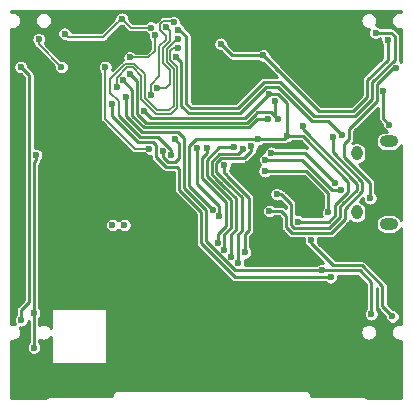
<source format=gbr>
G04 #@! TF.GenerationSoftware,KiCad,Pcbnew,(5.1.8)-1*
G04 #@! TF.CreationDate,2020-12-20T18:41:57-05:00*
G04 #@! TF.ProjectId,Watchy,57617463-6879-42e6-9b69-6361645f7063,rev?*
G04 #@! TF.SameCoordinates,Original*
G04 #@! TF.FileFunction,Copper,L2,Bot*
G04 #@! TF.FilePolarity,Positive*
%FSLAX46Y46*%
G04 Gerber Fmt 4.6, Leading zero omitted, Abs format (unit mm)*
G04 Created by KiCad (PCBNEW (5.1.8)-1) date 2020-12-20 18:41:57*
%MOMM*%
%LPD*%
G01*
G04 APERTURE LIST*
G04 #@! TA.AperFunction,ComponentPad*
%ADD10O,0.950000X1.250000*%
G04 #@! TD*
G04 #@! TA.AperFunction,ComponentPad*
%ADD11O,1.550000X1.000000*%
G04 #@! TD*
G04 #@! TA.AperFunction,ViaPad*
%ADD12C,0.600000*%
G04 #@! TD*
G04 #@! TA.AperFunction,Conductor*
%ADD13C,0.250000*%
G04 #@! TD*
G04 #@! TA.AperFunction,Conductor*
%ADD14C,0.152400*%
G04 #@! TD*
G04 #@! TA.AperFunction,Conductor*
%ADD15C,0.254000*%
G04 #@! TD*
G04 #@! TA.AperFunction,Conductor*
%ADD16C,0.100000*%
G04 #@! TD*
G04 APERTURE END LIST*
D10*
X98350000Y-96180000D03*
X98350000Y-91180000D03*
D11*
X101050000Y-97180000D03*
X101050000Y-90180000D03*
D12*
X78670000Y-97260000D03*
X77670000Y-97260000D03*
X90820000Y-80280000D03*
X84540000Y-84520000D03*
X87725000Y-79380000D03*
X86725000Y-79380000D03*
X85725000Y-79380000D03*
X84725000Y-79380000D03*
X83725000Y-79380000D03*
X90820000Y-81280000D03*
X91820000Y-79380000D03*
X92820000Y-79380000D03*
X92820000Y-80380000D03*
X91820000Y-80380000D03*
X92820000Y-81380000D03*
X91820000Y-81380000D03*
X92820000Y-82380000D03*
X91820000Y-82380000D03*
X92820000Y-83380000D03*
X91820000Y-83380000D03*
X89820000Y-80280000D03*
X89820000Y-81280000D03*
X72670000Y-92260000D03*
X78670000Y-92260000D03*
X77670000Y-92260000D03*
X76670000Y-92260000D03*
X74670000Y-92260000D03*
X75670000Y-92260000D03*
X73670000Y-92260000D03*
X78670000Y-93260000D03*
X77670000Y-93260000D03*
X75670000Y-93260000D03*
X72670000Y-93260000D03*
X76670000Y-93260000D03*
X73670000Y-93260000D03*
X74670000Y-93260000D03*
X77670000Y-94260000D03*
X73670000Y-94260000D03*
X74670000Y-94260000D03*
X72670000Y-94260000D03*
X75670000Y-94260000D03*
X78670000Y-94260000D03*
X76670000Y-94260000D03*
X72670000Y-95260000D03*
X77670000Y-95260000D03*
X74670000Y-95260000D03*
X76670000Y-95260000D03*
X73670000Y-95260000D03*
X78670000Y-95260000D03*
X75670000Y-95260000D03*
X77670000Y-96260000D03*
X76670000Y-96260000D03*
X78670000Y-96260000D03*
X72670000Y-96260000D03*
X73670000Y-96260000D03*
X75670000Y-96260000D03*
X74670000Y-96260000D03*
X73670000Y-97260000D03*
X75670000Y-97260000D03*
X74670000Y-97260000D03*
X72670000Y-97260000D03*
X76670000Y-97260000D03*
X79960000Y-102580000D03*
X80960000Y-102580000D03*
X81960000Y-102580000D03*
X82960000Y-102580000D03*
X83960000Y-102580000D03*
X84960000Y-102580000D03*
X85960000Y-102580000D03*
X86960000Y-102580000D03*
X87960000Y-102580000D03*
X88960000Y-102580000D03*
X89960000Y-102580000D03*
X78960000Y-103580000D03*
X79960000Y-103580000D03*
X80960000Y-103580000D03*
X81960000Y-103580000D03*
X82960000Y-103580000D03*
X83960000Y-103580000D03*
X84960000Y-103580000D03*
X85960000Y-103580000D03*
X86960000Y-103580000D03*
X87960000Y-103580000D03*
X88960000Y-103580000D03*
X89960000Y-103580000D03*
X90960000Y-103580000D03*
X91960000Y-103580000D03*
X92960000Y-103580000D03*
X78960000Y-104580000D03*
X79960000Y-104580000D03*
X80960000Y-104580000D03*
X81960000Y-104580000D03*
X82960000Y-104580000D03*
X83960000Y-104580000D03*
X84960000Y-104580000D03*
X85960000Y-104580000D03*
X86960000Y-104580000D03*
X87960000Y-104580000D03*
X88960000Y-104580000D03*
X89960000Y-104580000D03*
X90960000Y-104580000D03*
X91960000Y-104580000D03*
X92960000Y-104580000D03*
X78960000Y-105580000D03*
X79960000Y-105580000D03*
X80960000Y-105580000D03*
X81960000Y-105580000D03*
X82960000Y-105580000D03*
X83960000Y-105580000D03*
X84960000Y-105580000D03*
X85960000Y-105580000D03*
X86960000Y-105580000D03*
X87960000Y-105580000D03*
X88960000Y-105580000D03*
X89960000Y-105580000D03*
X90960000Y-105580000D03*
X91960000Y-105580000D03*
X92960000Y-105580000D03*
X78960000Y-106580000D03*
X79960000Y-106580000D03*
X80960000Y-106580000D03*
X81960000Y-106580000D03*
X82960000Y-106580000D03*
X83960000Y-106580000D03*
X84960000Y-106580000D03*
X85960000Y-106580000D03*
X86960000Y-106580000D03*
X87960000Y-106580000D03*
X88960000Y-106580000D03*
X89960000Y-106580000D03*
X90960000Y-106580000D03*
X91960000Y-106580000D03*
X92960000Y-106580000D03*
X81960000Y-101580000D03*
X83960000Y-101580000D03*
X82960000Y-101580000D03*
X86960000Y-101580000D03*
X85960000Y-101580000D03*
X84960000Y-101580000D03*
X82960000Y-100580000D03*
X83960000Y-100580000D03*
X84960000Y-100580000D03*
X81960000Y-100580000D03*
X83960000Y-99580000D03*
X81960000Y-99580000D03*
X82960000Y-99580000D03*
X81960000Y-98580000D03*
X83960000Y-98580000D03*
X82960000Y-98580000D03*
X83960000Y-107580000D03*
X84960000Y-107580000D03*
X85960000Y-107580000D03*
X79960000Y-107580000D03*
X80960000Y-107580000D03*
X78960000Y-107580000D03*
X81960000Y-107580000D03*
X82960000Y-107580000D03*
X86960000Y-107580000D03*
X91960000Y-107580000D03*
X90960000Y-107580000D03*
X87960000Y-107580000D03*
X88960000Y-107580000D03*
X92960000Y-107580000D03*
X89960000Y-107580000D03*
X84960000Y-108580000D03*
X88960000Y-108580000D03*
X79960000Y-108580000D03*
X83960000Y-108580000D03*
X92960000Y-108580000D03*
X89960000Y-108580000D03*
X82960000Y-108580000D03*
X78960000Y-108580000D03*
X85960000Y-108580000D03*
X86960000Y-108580000D03*
X81960000Y-108580000D03*
X91960000Y-108580000D03*
X80960000Y-108580000D03*
X90960000Y-108580000D03*
X87960000Y-108580000D03*
X84540000Y-85520000D03*
X84540000Y-86520000D03*
X85540000Y-84520000D03*
X85540000Y-86520000D03*
X85540000Y-85520000D03*
X86540000Y-85520000D03*
X86540000Y-86520000D03*
X86540000Y-84520000D03*
X87540000Y-84520000D03*
X87540000Y-86520000D03*
X87540000Y-85520000D03*
X88540000Y-84520000D03*
X88540000Y-85520000D03*
X89647600Y-99020000D03*
X80960000Y-101580000D03*
X84960000Y-110630000D03*
X80960000Y-110630000D03*
X86960000Y-110630000D03*
X85960000Y-110630000D03*
X92960000Y-110630000D03*
X90960000Y-110630000D03*
X83960000Y-110630000D03*
X81960000Y-110630000D03*
X79960000Y-110630000D03*
X78960000Y-110630000D03*
X88960000Y-110630000D03*
X82960000Y-110630000D03*
X87960000Y-110630000D03*
X89960000Y-110630000D03*
X91960000Y-110630000D03*
X96750000Y-103552600D03*
X101130000Y-100180000D03*
X99480001Y-92380000D03*
X72670000Y-92260000D03*
X69942600Y-91220000D03*
X69942600Y-93220000D03*
X69942600Y-94220000D03*
X69942600Y-95220000D03*
X69942600Y-96220000D03*
X69942600Y-92220000D03*
X69942600Y-97220000D03*
X71670000Y-97260000D03*
X71670000Y-94260000D03*
X71670000Y-95260000D03*
X71670000Y-96260000D03*
X71670000Y-93260000D03*
X93820000Y-79380000D03*
X93820000Y-80380000D03*
X93820000Y-81380000D03*
X93820000Y-82380000D03*
X93820000Y-83380000D03*
X94820000Y-81380000D03*
X94820000Y-82380000D03*
X94820000Y-80380000D03*
X94820000Y-79380000D03*
X94820000Y-83380000D03*
X93960000Y-107580000D03*
X93960000Y-105580000D03*
X93960000Y-108580000D03*
X93960000Y-110630000D03*
X94960000Y-110430000D03*
X95960000Y-110430000D03*
X96960000Y-110430000D03*
X97960000Y-110430000D03*
X98960000Y-110430000D03*
X99960000Y-110430000D03*
X94960000Y-111430000D03*
X98960000Y-111430000D03*
X95960000Y-111430000D03*
X97960000Y-111430000D03*
X96960000Y-111430000D03*
X99960000Y-111430000D03*
X100960000Y-111430000D03*
X77960000Y-104580000D03*
X76960000Y-103580000D03*
X77960000Y-103580000D03*
X77960000Y-110630000D03*
X71460000Y-110430000D03*
X70460000Y-110430000D03*
X69460000Y-110430000D03*
X71460000Y-111430000D03*
X70460000Y-111430000D03*
X69460000Y-111430000D03*
X72460000Y-111430000D03*
X73460000Y-111430000D03*
X74460000Y-111430000D03*
X75460000Y-111430000D03*
X76460000Y-111430000D03*
X77460000Y-111430000D03*
X95820000Y-83380000D03*
X96820000Y-83380000D03*
X97820000Y-83380000D03*
X97820000Y-84380000D03*
X96820000Y-84380000D03*
X95820000Y-84380000D03*
X93820000Y-84380000D03*
X94820000Y-84380000D03*
X97820000Y-85380000D03*
X96820000Y-85380000D03*
X93820000Y-85380000D03*
X94820000Y-85380000D03*
X95820000Y-85380000D03*
X92820000Y-84380000D03*
X89110931Y-92080445D03*
X93360000Y-95807988D03*
X75670000Y-92260000D03*
X79670000Y-92260000D03*
X80670000Y-92260000D03*
X80670000Y-92260000D03*
X94960000Y-108580000D03*
X94960000Y-107580000D03*
X93960000Y-106580000D03*
X97650000Y-97810000D03*
X100960000Y-110430000D03*
X101960000Y-111430000D03*
X101960000Y-110430000D03*
X76580000Y-80800000D03*
X80738983Y-81998600D03*
X96820000Y-85380000D03*
X97820000Y-85380000D03*
X95820000Y-85380000D03*
X69942600Y-90220000D03*
X69942600Y-89220000D03*
X69942600Y-88220000D03*
X69942600Y-87220000D03*
X71670000Y-92260000D03*
X71292600Y-87220000D03*
X71292600Y-89220000D03*
X71292600Y-90220000D03*
X71292600Y-88220000D03*
X72292600Y-89220000D03*
X72292600Y-87220000D03*
X72292600Y-90220000D03*
X72292600Y-88220000D03*
X73292600Y-90220000D03*
X73292600Y-88220000D03*
X73292600Y-87220000D03*
X73292600Y-89220000D03*
X74292600Y-89220000D03*
X74292600Y-87220000D03*
X74292600Y-90220000D03*
X74292600Y-88220000D03*
X75292600Y-89220000D03*
X75292600Y-87220000D03*
X75292600Y-88220000D03*
X75292600Y-90220000D03*
X76292600Y-90220000D03*
X76292600Y-89220000D03*
X76292600Y-88220000D03*
X76292600Y-87220000D03*
X74292600Y-86220000D03*
X75292600Y-86220000D03*
X75292600Y-85220000D03*
X74292600Y-85220000D03*
X73292600Y-85220000D03*
X73292600Y-86220000D03*
X82664439Y-91365561D03*
X83240000Y-81477597D03*
X86830000Y-81920000D03*
X90950000Y-86123850D03*
X90424264Y-82900000D03*
X80337400Y-87615464D03*
X90000000Y-89980000D03*
X86140165Y-95980521D03*
X92450000Y-89720000D03*
X100970000Y-81560000D03*
X94480000Y-98520000D03*
X69940000Y-105306554D03*
X101370000Y-105000000D03*
X93387830Y-96962789D03*
X69900000Y-83880000D03*
X78470000Y-79790000D03*
X80910000Y-80538600D03*
X73610000Y-81060000D03*
X99480000Y-94990000D03*
X101699806Y-83922208D03*
X95947624Y-96187624D03*
X90570000Y-92690000D03*
X88884536Y-99580000D03*
X87130000Y-92195817D03*
X84850000Y-90710000D03*
X86720000Y-96460000D03*
X85665035Y-90710000D03*
X86574935Y-98765142D03*
X88300000Y-100510000D03*
X89425032Y-90557400D03*
X87729735Y-99932600D03*
X88716879Y-90811619D03*
X87152335Y-99342542D03*
X87964449Y-90638606D03*
X90610000Y-91720000D03*
X96990000Y-94257400D03*
X91116337Y-91142600D03*
X96501829Y-93680000D03*
X96310000Y-89790000D03*
X90960000Y-96070000D03*
X91581192Y-94642360D03*
X93780000Y-88860000D03*
X91414509Y-86715745D03*
X91660000Y-88277829D03*
X79136621Y-84436620D03*
X81267583Y-81207316D03*
X79140000Y-83074609D03*
X90842170Y-88277830D03*
X78551620Y-85021620D03*
X78780188Y-86460001D03*
X99570000Y-104810000D03*
X95400000Y-101087401D03*
X99940000Y-80980000D03*
X83240000Y-80725194D03*
X83240000Y-82230000D03*
X78019592Y-85553649D03*
X71430000Y-81530000D03*
X73350000Y-83880000D03*
X96138438Y-101664801D03*
X101118370Y-88755062D03*
X100602220Y-85880000D03*
X77622228Y-86973162D03*
X82950000Y-89980000D03*
X81936470Y-91029895D03*
X71020000Y-104690000D03*
X71021307Y-107628693D03*
X71192599Y-91352391D03*
X97110000Y-89660000D03*
X83080000Y-83070000D03*
X77050000Y-83880000D03*
X80781669Y-90784819D03*
X80960877Y-86277991D03*
X82836199Y-80090326D03*
X81416472Y-85672650D03*
X82212780Y-80511583D03*
D13*
X81528151Y-89805009D02*
X80190718Y-89805009D01*
X78202788Y-88042685D02*
X78202788Y-87972788D01*
X79965111Y-89805007D02*
X78202788Y-88042685D01*
X80190716Y-89805007D02*
X79965111Y-89805007D01*
X80190718Y-89805009D02*
X80190716Y-89805007D01*
X83137849Y-81477597D02*
X83240000Y-81477597D01*
X82664439Y-91365561D02*
X82664439Y-90941297D01*
X82664439Y-90941297D02*
X81528151Y-89805009D01*
D14*
X77490991Y-86059595D02*
X78202790Y-86771394D01*
X77490991Y-84868854D02*
X77490991Y-86059595D01*
X78756635Y-83603210D02*
X77490991Y-84868854D01*
X82246590Y-83437234D02*
X82846580Y-84037224D01*
X82846580Y-84037224D02*
X82846580Y-87182354D01*
X78202790Y-86771394D02*
X78202790Y-87972786D01*
X83240000Y-81477597D02*
X83137074Y-81477597D01*
X82246589Y-82368081D02*
X82246590Y-83437234D01*
X82846580Y-87182354D02*
X82491985Y-87536949D01*
X83137074Y-81477597D02*
X82246589Y-82368081D01*
X80418418Y-84505021D02*
X79516606Y-83603209D01*
X81472281Y-87536949D02*
X80418419Y-86483087D01*
X80418419Y-86483087D02*
X80418418Y-84505021D01*
X82491985Y-87536949D02*
X81472281Y-87536949D01*
X79516606Y-83603209D02*
X78756635Y-83603210D01*
D13*
X87810000Y-82900000D02*
X90424264Y-82900000D01*
X86830000Y-81920000D02*
X87810000Y-82900000D01*
X84147600Y-93987956D02*
X86140165Y-95980521D01*
X84147600Y-90557846D02*
X84147600Y-93987956D01*
X90000000Y-89980000D02*
X84725446Y-89980000D01*
X84725446Y-89980000D02*
X84147600Y-90557846D01*
X92190000Y-89980000D02*
X92450000Y-89720000D01*
X90000000Y-89980000D02*
X92190000Y-89980000D01*
X92450000Y-89295736D02*
X92450000Y-89720000D01*
X92450000Y-86896682D02*
X92450000Y-89295736D01*
X91677168Y-86123850D02*
X92450000Y-86896682D01*
X90950000Y-86123850D02*
X91677168Y-86123850D01*
X90424264Y-82900000D02*
X91707132Y-84182868D01*
X100522402Y-102443310D02*
X100522402Y-104152402D01*
X98764084Y-100684991D02*
X100522402Y-102443310D01*
X96364991Y-100684991D02*
X98764084Y-100684991D01*
X100522402Y-104152402D02*
X101370000Y-105000000D01*
X94480000Y-98520000D02*
X94480000Y-98800000D01*
X94480000Y-98800000D02*
X96364991Y-100684991D01*
X97175323Y-93102599D02*
X97175323Y-93105323D01*
X100970000Y-83266354D02*
X100970000Y-81560000D01*
X95154624Y-87630360D02*
X98049640Y-87630360D01*
X99220000Y-85016353D02*
X100970000Y-83266354D01*
X90424264Y-82900000D02*
X95154624Y-87630360D01*
X99220000Y-86460000D02*
X99220000Y-85016353D01*
X98049640Y-87630360D02*
X99220000Y-86460000D01*
X95989027Y-96962789D02*
X93387830Y-96962789D01*
X97600000Y-94470908D02*
X96525180Y-95545728D01*
X96525180Y-96426636D02*
X95989027Y-96962789D01*
X92450000Y-89720000D02*
X93792723Y-89720000D01*
X97650000Y-93577276D02*
X97650000Y-94420000D01*
X97600000Y-94470000D02*
X97600000Y-94470908D01*
X96525180Y-95545728D02*
X96525180Y-96426636D01*
X93792723Y-89720000D02*
X97650000Y-93577276D01*
X97650000Y-94420000D02*
X97600000Y-94470000D01*
X88878481Y-88195369D02*
X89393850Y-87680000D01*
X89393850Y-87680000D02*
X90950000Y-86123850D01*
X80337400Y-87615464D02*
X80917305Y-88195369D01*
X80917305Y-88195369D02*
X88878481Y-88195369D01*
X70615199Y-103794801D02*
X70615199Y-84595199D01*
X69940000Y-104470000D02*
X70615199Y-103794801D01*
X70615199Y-84595199D02*
X69900000Y-83880000D01*
X69940000Y-105306554D02*
X69940000Y-104470000D01*
D14*
X79218600Y-80538600D02*
X80910000Y-80538600D01*
X78470000Y-79790000D02*
X79218600Y-80538600D01*
X78170001Y-80089999D02*
X78470000Y-79790000D01*
X76900001Y-81359999D02*
X78170001Y-80089999D01*
X73909999Y-81359999D02*
X76900001Y-81359999D01*
X73610000Y-81060000D02*
X73909999Y-81359999D01*
D13*
X100024820Y-85349718D02*
X101452330Y-83922208D01*
X100024820Y-86793366D02*
X100024820Y-85349718D01*
X97687401Y-89130784D02*
X100024820Y-86793366D01*
X97687401Y-89937153D02*
X97687401Y-89130784D01*
X99480000Y-93700000D02*
X97260000Y-91480000D01*
X99480000Y-94990000D02*
X99480000Y-93700000D01*
X101452330Y-83922208D02*
X101699806Y-83922208D01*
X97260000Y-91480000D02*
X97260000Y-90370000D01*
X97257277Y-90367277D02*
X97687401Y-89937153D01*
X97260000Y-90370000D02*
X97257277Y-90367277D01*
X95947624Y-94549441D02*
X95947624Y-96187624D01*
X90570000Y-92690000D02*
X94088183Y-92690000D01*
X94088183Y-92690000D02*
X95947624Y-94549441D01*
X89227723Y-97697723D02*
X88884536Y-98040910D01*
X89227723Y-94937723D02*
X89227723Y-97697723D01*
X88884536Y-98040910D02*
X88884536Y-99580000D01*
X89227723Y-94937723D02*
X89224093Y-94937723D01*
X89224093Y-94937723D02*
X87953911Y-93667541D01*
X87953911Y-93667541D02*
X87953911Y-93665726D01*
X87953911Y-93665726D02*
X87449665Y-93161480D01*
X87449665Y-93161480D02*
X87239092Y-92950908D01*
X87239092Y-92950908D02*
X87130000Y-92841816D01*
X87130000Y-92841816D02*
X87130000Y-92195817D01*
X84850000Y-93750000D02*
X86720000Y-95620000D01*
X84850000Y-90710000D02*
X84850000Y-93750000D01*
X86720000Y-95620000D02*
X86720000Y-96460000D01*
X87297401Y-97323506D02*
X86574935Y-98045972D01*
X85665035Y-91134264D02*
X85252410Y-91546889D01*
X85665035Y-90710000D02*
X85665035Y-91134264D01*
X85252410Y-93242410D02*
X87297401Y-95287401D01*
X86574935Y-98045972D02*
X86574935Y-98765142D01*
X85252410Y-91546889D02*
X85252410Y-93242410D01*
X87297401Y-95287401D02*
X87297401Y-97323506D01*
X89425032Y-90958020D02*
X89425032Y-90557400D01*
X86888158Y-91618417D02*
X88764635Y-91618417D01*
X88598177Y-94880899D02*
X87551501Y-93834223D01*
X88598177Y-97758177D02*
X88598177Y-94880899D01*
X88307136Y-98049217D02*
X88598177Y-97758177D01*
X86459640Y-92046935D02*
X86888158Y-91618417D01*
X88300000Y-100510000D02*
X88307136Y-100502864D01*
X88764635Y-91618417D02*
X89425032Y-90958020D01*
X88307136Y-100502864D02*
X88307136Y-98049217D01*
X86459640Y-92739640D02*
X86459640Y-92046935D01*
X87551501Y-93834223D02*
X87551501Y-93832409D01*
X86636539Y-92916539D02*
X86459640Y-92739640D01*
X87551501Y-93832409D02*
X86636539Y-92917447D01*
X86636539Y-92917447D02*
X86636539Y-92916539D01*
X88148631Y-95000445D02*
X88148631Y-97638631D01*
X88148631Y-97638631D02*
X87729735Y-98057527D01*
X87729735Y-98057527D02*
X87729735Y-99932600D01*
X87149093Y-94000907D02*
X88148631Y-95000445D01*
X86862410Y-93714224D02*
X87149093Y-94000907D01*
X87149093Y-94000907D02*
X87149093Y-93999093D01*
X87149093Y-93999093D02*
X86469855Y-93319855D01*
X86468039Y-93319855D02*
X86057230Y-92909046D01*
X86469855Y-93319855D02*
X86468039Y-93319855D01*
X86057230Y-92909046D02*
X86057230Y-91880253D01*
X86057230Y-91880253D02*
X86721476Y-91216007D01*
X88312491Y-91216007D02*
X88716879Y-90811619D01*
X86721476Y-91216007D02*
X88312491Y-91216007D01*
X86729785Y-90638606D02*
X87964449Y-90638606D01*
X85654820Y-91713571D02*
X86729785Y-90638606D01*
X87152335Y-98037664D02*
X87699811Y-97490189D01*
X85654820Y-93075728D02*
X85654820Y-91713571D01*
X87152335Y-99342542D02*
X87152335Y-98037664D01*
X87699811Y-97490189D02*
X87699811Y-95120718D01*
X87699811Y-95120718D02*
X85654820Y-93075728D01*
X96224676Y-94257401D02*
X96990000Y-94257400D01*
X90610000Y-91720000D02*
X93687275Y-91720000D01*
X93687275Y-91720000D02*
X96224676Y-94257401D01*
X93964429Y-91142600D02*
X96501829Y-93680000D01*
X91116337Y-91142600D02*
X93964429Y-91142600D01*
X96310000Y-91099092D02*
X96310000Y-89790000D01*
X97330000Y-95880000D02*
X98790000Y-94420000D01*
X97330000Y-96760000D02*
X97330000Y-95880000D01*
X90910000Y-96070000D02*
X91930189Y-96070000D01*
X92902599Y-97942599D02*
X96147401Y-97942599D01*
X98790000Y-94420000D02*
X98790000Y-93579092D01*
X91930189Y-96070000D02*
X92380189Y-96520000D01*
X98790000Y-93579092D02*
X96310000Y-91099092D01*
X92380189Y-96520000D02*
X92380189Y-97420189D01*
X96147401Y-97942599D02*
X97330000Y-96760000D01*
X92380189Y-97420189D02*
X92902599Y-97942599D01*
X91965456Y-94642360D02*
X91541192Y-94642360D01*
X98387590Y-94252410D02*
X97205000Y-95435000D01*
X92782599Y-97253507D02*
X92782599Y-95459503D01*
X98387590Y-93745774D02*
X98387590Y-94252410D01*
X93780000Y-89138184D02*
X98387590Y-93745774D01*
X96927590Y-96593318D02*
X95980719Y-97540189D01*
X97205000Y-95435000D02*
X97205000Y-95435907D01*
X97205000Y-95435907D02*
X96927590Y-95713317D01*
X93780000Y-88860000D02*
X93780000Y-89138184D01*
X96927590Y-95713317D02*
X96927590Y-96593318D01*
X95980719Y-97540189D02*
X93069281Y-97540189D01*
X92782599Y-95459503D02*
X91965456Y-94642360D01*
X93069281Y-97540189D02*
X92782599Y-97253507D01*
X91415745Y-86715745D02*
X91414509Y-86715745D01*
X79759999Y-85767993D02*
X79759999Y-87892617D01*
X80465161Y-88597779D02*
X80917779Y-88597779D01*
X79759999Y-87892617D02*
X80465161Y-88597779D01*
X80917779Y-88597779D02*
X80665963Y-88597779D01*
X80917779Y-88597779D02*
X89045164Y-88597779D01*
X89045164Y-88597779D02*
X89711471Y-87931471D01*
X89711471Y-87931471D02*
X89942513Y-87700429D01*
X91360001Y-87977830D02*
X91660000Y-88277829D01*
X91414509Y-86715745D02*
X91414509Y-88032338D01*
X91414509Y-88032338D02*
X91660000Y-88277829D01*
X91082600Y-87700429D02*
X91360001Y-87977830D01*
X89942513Y-87700429D02*
X91082600Y-87700429D01*
X79759999Y-85767993D02*
X79759301Y-85767993D01*
X79759999Y-85767993D02*
X79759999Y-85059998D01*
X79759999Y-85059998D02*
X79136621Y-84436620D01*
D14*
X81267583Y-81207316D02*
X81267583Y-82512417D01*
X81267583Y-82512417D02*
X80705391Y-83074609D01*
X80705391Y-83074609D02*
X79140000Y-83074609D01*
D13*
X89934205Y-88277830D02*
X90842170Y-88277830D01*
X89211847Y-89000189D02*
X89934205Y-88277830D01*
X80298478Y-89000189D02*
X89211847Y-89000189D01*
X79357589Y-88059300D02*
X80298478Y-89000189D01*
X79357589Y-88059300D02*
X79357589Y-86182848D01*
X79357589Y-86182848D02*
X79357589Y-85827589D01*
X79357589Y-85827589D02*
X78551620Y-85021620D01*
X85562764Y-95972212D02*
X85562764Y-98627318D01*
X83745190Y-94154638D02*
X85562764Y-95972212D01*
X78780188Y-88050992D02*
X80131793Y-89402597D01*
X78780188Y-86460001D02*
X78780188Y-88050992D01*
X80131793Y-89402597D02*
X83227151Y-89402597D01*
X83227151Y-89402597D02*
X83745190Y-89920636D01*
X83745190Y-89920636D02*
X83745190Y-94154638D01*
X87507723Y-100572277D02*
X88022847Y-101087401D01*
X85562764Y-98627318D02*
X87507723Y-100572277D01*
X98597401Y-101087401D02*
X99570000Y-102060000D01*
X99570000Y-102060000D02*
X99570000Y-104810000D01*
X88022847Y-101087401D02*
X95497401Y-101087401D01*
X95497401Y-101087401D02*
X98597401Y-101087401D01*
X99942599Y-80982599D02*
X99940000Y-80980000D01*
X101547401Y-81282847D02*
X101247153Y-80982599D01*
X99622410Y-85183036D02*
X101547401Y-83258045D01*
X84280549Y-87390549D02*
X88259655Y-87390549D01*
X94724272Y-88032770D02*
X98216323Y-88032770D01*
X98216323Y-88032770D02*
X99622410Y-86626683D01*
X83907410Y-81290453D02*
X83907410Y-87017410D01*
X83907410Y-87017410D02*
X84280549Y-87390549D01*
X83342151Y-80725194D02*
X83907410Y-81290453D01*
X101247153Y-80982599D02*
X99942599Y-80982599D01*
X90506164Y-85144039D02*
X91835542Y-85144039D01*
X83240000Y-80725194D02*
X83342151Y-80725194D01*
X88259655Y-87390549D02*
X90506164Y-85144039D01*
X101547401Y-83258045D02*
X101547401Y-81282847D01*
X91835542Y-85144039D02*
X94724272Y-88032770D01*
X99622410Y-86626683D02*
X99622410Y-85183036D01*
X77974219Y-85508276D02*
X78019592Y-85553649D01*
D14*
X78019592Y-84771319D02*
X78882892Y-83908019D01*
X79390350Y-83908019D02*
X80113609Y-84631278D01*
X78882892Y-83908019D02*
X79390350Y-83908019D01*
X80113609Y-84631278D02*
X80113609Y-86609343D01*
X78019592Y-85553649D02*
X78019592Y-84771319D01*
X80113609Y-86609343D02*
X81346025Y-87841759D01*
X81346025Y-87841759D02*
X82618241Y-87841759D01*
X83151390Y-87308610D02*
X83151390Y-83910968D01*
X82618241Y-87841759D02*
X83151390Y-87308610D01*
X82551399Y-83310977D02*
X83151390Y-83910968D01*
X82815736Y-82230000D02*
X82551399Y-82494337D01*
X82551399Y-82494337D02*
X82551399Y-83310977D01*
X83240000Y-82230000D02*
X82815736Y-82230000D01*
X71430000Y-81960000D02*
X73350000Y-83880000D01*
X71430000Y-81530000D02*
X71430000Y-81960000D01*
D13*
X79798431Y-90207419D02*
X77625388Y-88034376D01*
X85160354Y-96138894D02*
X83342780Y-94321321D01*
X81359069Y-90489069D02*
X81077419Y-90207419D01*
X85160354Y-98794001D02*
X85160354Y-96138894D01*
X83342780Y-94321321D02*
X83342780Y-92552780D01*
X88031154Y-101664801D02*
X85160354Y-98794001D01*
X83342780Y-92552780D02*
X83135372Y-92345372D01*
X96138438Y-101664801D02*
X88031154Y-101664801D01*
X83135372Y-92345372D02*
X82220603Y-92345372D01*
X82220603Y-92345372D02*
X81359069Y-91483837D01*
X81359069Y-91483837D02*
X81359069Y-90489069D01*
X81077419Y-90207419D02*
X79798431Y-90207419D01*
X100602220Y-88238912D02*
X101118370Y-88755062D01*
X100602220Y-85880000D02*
X100602220Y-88238912D01*
X77625389Y-87744264D02*
X77625389Y-87320000D01*
X77625388Y-88034376D02*
X77625389Y-87744264D01*
X77625389Y-87320000D02*
X77625389Y-86976323D01*
X77625389Y-86976323D02*
X77622228Y-86973162D01*
X82950000Y-89980000D02*
X83342780Y-90372780D01*
X83342780Y-91541774D02*
X82941592Y-91942962D01*
X82941592Y-91942962D02*
X82387286Y-91942962D01*
X83342780Y-90372780D02*
X83342780Y-91541774D01*
X82387286Y-91942962D02*
X81936470Y-91492146D01*
X81936470Y-91492146D02*
X81936470Y-91029895D01*
X71020000Y-104690000D02*
X71020000Y-107627386D01*
X71020000Y-107627386D02*
X71021307Y-107628693D01*
X71017609Y-91951645D02*
X71192599Y-91776655D01*
X71017609Y-104687609D02*
X71017609Y-91951645D01*
X71192599Y-91776655D02*
X71192599Y-91352391D01*
X71020000Y-104690000D02*
X71017609Y-104687609D01*
X90554648Y-85664648D02*
X90555352Y-85664648D01*
X90554648Y-85664648D02*
X90672847Y-85546449D01*
X91668859Y-85546449D02*
X94557589Y-88435180D01*
X90672847Y-85546449D02*
X91668859Y-85546449D01*
X94557589Y-88435180D02*
X95885180Y-88435180D01*
X95885180Y-88435180D02*
X97110000Y-89660000D01*
X83505000Y-83495000D02*
X83080000Y-83070000D01*
X84113866Y-87792959D02*
X83505000Y-87184093D01*
X90554648Y-85664648D02*
X88426337Y-87792959D01*
X83505000Y-87184093D02*
X83505000Y-83495000D01*
X88426337Y-87792959D02*
X84113866Y-87792959D01*
D14*
X77050000Y-88275555D02*
X79226940Y-90452495D01*
X77050000Y-83880000D02*
X77050000Y-88275555D01*
X79226940Y-90452495D02*
X79559264Y-90784819D01*
X79559264Y-90784819D02*
X80781669Y-90784819D01*
X80887871Y-86204985D02*
X80960877Y-86277991D01*
X81636971Y-84669821D02*
X80887871Y-85418921D01*
X82170000Y-81251133D02*
X82170000Y-81582540D01*
X82728855Y-79982982D02*
X81959051Y-79982982D01*
X81959051Y-79982982D02*
X81684179Y-80257854D01*
X81636971Y-82115571D02*
X81636971Y-84669821D01*
X82836199Y-80090326D02*
X82728855Y-79982982D01*
X81684179Y-80765312D02*
X82170000Y-81251133D01*
X80887871Y-85418921D02*
X80887871Y-86204985D01*
X82170000Y-81582540D02*
X81636971Y-82115571D01*
X81684179Y-80257854D02*
X81684179Y-80765312D01*
X82209120Y-85672650D02*
X81416472Y-85672650D01*
X82210000Y-85670000D02*
X82209120Y-85672650D01*
X82541770Y-85338230D02*
X82210000Y-85670000D01*
X82512779Y-80811582D02*
X82512779Y-81670826D01*
X82541770Y-84163480D02*
X82541770Y-85338230D01*
X82512779Y-81670826D02*
X81941780Y-82241826D01*
X82212780Y-80511583D02*
X82512779Y-80811582D01*
X81941780Y-82241826D02*
X81941781Y-83563491D01*
X81941781Y-83563491D02*
X82541770Y-84163480D01*
D15*
X102094801Y-79210319D02*
X102041918Y-79199800D01*
X101898082Y-79199800D01*
X101757009Y-79227861D01*
X101624121Y-79282905D01*
X101504525Y-79362817D01*
X101402817Y-79464525D01*
X101322905Y-79584121D01*
X101267861Y-79717009D01*
X101239800Y-79858082D01*
X101239800Y-80001918D01*
X101267861Y-80142991D01*
X101322905Y-80275879D01*
X101402817Y-80395475D01*
X101504525Y-80497183D01*
X101624121Y-80577095D01*
X101757009Y-80632139D01*
X101898082Y-80660200D01*
X102041918Y-80660200D01*
X102094801Y-80649681D01*
X102094801Y-83428200D01*
X101998318Y-83363732D01*
X101991838Y-83361048D01*
X101992944Y-83357401D01*
X101996014Y-83347281D01*
X101998705Y-83319960D01*
X102002601Y-83280402D01*
X102002601Y-83280395D01*
X102004802Y-83258046D01*
X102002601Y-83235697D01*
X102002601Y-81305204D01*
X102004803Y-81282847D01*
X101996014Y-81193612D01*
X101969985Y-81107807D01*
X101927717Y-81028728D01*
X101927208Y-81028108D01*
X101870833Y-80959415D01*
X101853462Y-80945159D01*
X101584841Y-80676538D01*
X101570585Y-80659167D01*
X101501272Y-80602283D01*
X101422193Y-80560015D01*
X101336388Y-80533986D01*
X101269510Y-80527399D01*
X101269502Y-80527399D01*
X101247153Y-80525198D01*
X101224804Y-80527399D01*
X100378636Y-80527399D01*
X100341729Y-80490492D01*
X100238512Y-80421524D01*
X100123822Y-80374018D01*
X100002069Y-80349800D01*
X99967702Y-80349800D01*
X100017095Y-80275879D01*
X100072139Y-80142991D01*
X100100200Y-80001918D01*
X100100200Y-79858082D01*
X100072139Y-79717009D01*
X100017095Y-79584121D01*
X99937183Y-79464525D01*
X99835475Y-79362817D01*
X99715879Y-79282905D01*
X99582991Y-79227861D01*
X99441918Y-79199800D01*
X99298082Y-79199800D01*
X99157009Y-79227861D01*
X99024121Y-79282905D01*
X98904525Y-79362817D01*
X98802817Y-79464525D01*
X98722905Y-79584121D01*
X98667861Y-79717009D01*
X98639800Y-79858082D01*
X98639800Y-80001918D01*
X98667861Y-80142991D01*
X98722905Y-80275879D01*
X98802817Y-80395475D01*
X98904525Y-80497183D01*
X99024121Y-80577095D01*
X99157009Y-80632139D01*
X99298082Y-80660200D01*
X99395748Y-80660200D01*
X99381524Y-80681488D01*
X99334018Y-80796178D01*
X99309800Y-80917931D01*
X99309800Y-81042069D01*
X99334018Y-81163822D01*
X99381524Y-81278512D01*
X99450492Y-81381729D01*
X99538271Y-81469508D01*
X99641488Y-81538476D01*
X99756178Y-81585982D01*
X99877931Y-81610200D01*
X100002069Y-81610200D01*
X100123822Y-81585982D01*
X100238512Y-81538476D01*
X100341729Y-81469508D01*
X100346378Y-81464859D01*
X100339800Y-81497931D01*
X100339800Y-81622069D01*
X100364018Y-81743822D01*
X100411524Y-81858512D01*
X100480492Y-81961729D01*
X100514801Y-81996038D01*
X100514800Y-83077804D01*
X98913935Y-84678669D01*
X98896569Y-84692921D01*
X98839685Y-84762234D01*
X98808484Y-84820608D01*
X98797417Y-84841313D01*
X98771387Y-84927119D01*
X98762599Y-85016353D01*
X98764801Y-85038712D01*
X98764800Y-86271450D01*
X97861091Y-87175160D01*
X95343174Y-87175160D01*
X92044818Y-83876805D01*
X92044815Y-83876801D01*
X91054464Y-82886451D01*
X91054464Y-82837931D01*
X91030246Y-82716178D01*
X90982740Y-82601488D01*
X90913772Y-82498271D01*
X90825993Y-82410492D01*
X90722776Y-82341524D01*
X90608086Y-82294018D01*
X90486333Y-82269800D01*
X90362195Y-82269800D01*
X90240442Y-82294018D01*
X90125752Y-82341524D01*
X90022535Y-82410492D01*
X89988227Y-82444800D01*
X87998550Y-82444800D01*
X87460200Y-81906451D01*
X87460200Y-81857931D01*
X87435982Y-81736178D01*
X87388476Y-81621488D01*
X87319508Y-81518271D01*
X87231729Y-81430492D01*
X87128512Y-81361524D01*
X87013822Y-81314018D01*
X86892069Y-81289800D01*
X86767931Y-81289800D01*
X86646178Y-81314018D01*
X86531488Y-81361524D01*
X86428271Y-81430492D01*
X86340492Y-81518271D01*
X86271524Y-81621488D01*
X86224018Y-81736178D01*
X86199800Y-81857931D01*
X86199800Y-81982069D01*
X86224018Y-82103822D01*
X86271524Y-82218512D01*
X86340492Y-82321729D01*
X86428271Y-82409508D01*
X86531488Y-82478476D01*
X86646178Y-82525982D01*
X86767931Y-82550200D01*
X86816451Y-82550200D01*
X87472316Y-83206066D01*
X87486568Y-83223432D01*
X87555881Y-83280316D01*
X87634960Y-83322584D01*
X87720765Y-83348613D01*
X87787643Y-83355200D01*
X87787650Y-83355200D01*
X87809999Y-83357401D01*
X87832348Y-83355200D01*
X89988227Y-83355200D01*
X90022535Y-83389508D01*
X90125752Y-83458476D01*
X90240442Y-83505982D01*
X90362195Y-83530200D01*
X90410715Y-83530200D01*
X91401065Y-84520551D01*
X91401069Y-84520554D01*
X91569354Y-84688839D01*
X90528512Y-84688839D01*
X90506163Y-84686638D01*
X90483814Y-84688839D01*
X90483807Y-84688839D01*
X90416929Y-84695426D01*
X90331124Y-84721455D01*
X90252045Y-84763723D01*
X90182732Y-84820607D01*
X90168480Y-84837973D01*
X88071106Y-86935349D01*
X84469099Y-86935349D01*
X84362610Y-86828861D01*
X84362610Y-81312802D01*
X84364811Y-81290453D01*
X84362610Y-81268104D01*
X84362610Y-81268096D01*
X84356023Y-81201218D01*
X84348408Y-81176115D01*
X84329994Y-81115412D01*
X84287726Y-81036334D01*
X84245093Y-80984386D01*
X84230842Y-80967021D01*
X84213477Y-80952770D01*
X83856883Y-80596177D01*
X83845982Y-80541372D01*
X83798476Y-80426682D01*
X83729508Y-80323465D01*
X83641729Y-80235686D01*
X83538512Y-80166718D01*
X83466399Y-80136848D01*
X83466399Y-80028257D01*
X83442181Y-79906504D01*
X83394675Y-79791814D01*
X83325707Y-79688597D01*
X83237928Y-79600818D01*
X83134711Y-79531850D01*
X83020021Y-79484344D01*
X82898268Y-79460126D01*
X82774130Y-79460126D01*
X82652377Y-79484344D01*
X82537687Y-79531850D01*
X82470741Y-79576582D01*
X81979004Y-79576582D01*
X81959051Y-79574617D01*
X81939098Y-79576582D01*
X81939091Y-79576582D01*
X81886655Y-79581747D01*
X81879382Y-79582463D01*
X81818873Y-79600818D01*
X81802776Y-79605701D01*
X81732175Y-79643438D01*
X81706797Y-79664265D01*
X81685796Y-79681500D01*
X81685791Y-79681505D01*
X81670293Y-79694224D01*
X81657573Y-79709723D01*
X81410924Y-79956372D01*
X81395421Y-79969096D01*
X81344635Y-80030979D01*
X81326864Y-80064227D01*
X81311729Y-80049092D01*
X81208512Y-79980124D01*
X81093822Y-79932618D01*
X80972069Y-79908400D01*
X80847931Y-79908400D01*
X80726178Y-79932618D01*
X80611488Y-79980124D01*
X80508271Y-80049092D01*
X80425163Y-80132200D01*
X79386936Y-80132200D01*
X79100200Y-79845464D01*
X79100200Y-79727931D01*
X79075982Y-79606178D01*
X79028476Y-79491488D01*
X78959508Y-79388271D01*
X78871729Y-79300492D01*
X78768512Y-79231524D01*
X78653822Y-79184018D01*
X78532069Y-79159800D01*
X78407931Y-79159800D01*
X78286178Y-79184018D01*
X78171488Y-79231524D01*
X78068271Y-79300492D01*
X77980492Y-79388271D01*
X77911524Y-79491488D01*
X77864018Y-79606178D01*
X77839800Y-79727931D01*
X77839800Y-79845464D01*
X76731665Y-80953599D01*
X74231382Y-80953599D01*
X74215982Y-80876178D01*
X74168476Y-80761488D01*
X74099508Y-80658271D01*
X74011729Y-80570492D01*
X73908512Y-80501524D01*
X73793822Y-80454018D01*
X73672069Y-80429800D01*
X73547931Y-80429800D01*
X73426178Y-80454018D01*
X73311488Y-80501524D01*
X73208271Y-80570492D01*
X73120492Y-80658271D01*
X73051524Y-80761488D01*
X73004018Y-80876178D01*
X72979800Y-80997931D01*
X72979800Y-81122069D01*
X73004018Y-81243822D01*
X73051524Y-81358512D01*
X73120492Y-81461729D01*
X73208271Y-81549508D01*
X73311488Y-81618476D01*
X73426178Y-81665982D01*
X73547931Y-81690200D01*
X73671739Y-81690200D01*
X73683123Y-81699543D01*
X73745951Y-81733125D01*
X73753724Y-81737280D01*
X73830330Y-81760518D01*
X73837603Y-81761234D01*
X73890039Y-81766399D01*
X73890046Y-81766399D01*
X73909999Y-81768364D01*
X73929952Y-81766399D01*
X76880048Y-81766399D01*
X76900001Y-81768364D01*
X76919954Y-81766399D01*
X76919961Y-81766399D01*
X76979669Y-81760518D01*
X77056276Y-81737280D01*
X77126877Y-81699543D01*
X77188759Y-81648757D01*
X77201483Y-81633253D01*
X78414536Y-80420200D01*
X78525464Y-80420200D01*
X78917118Y-80811854D01*
X78929842Y-80827358D01*
X78991724Y-80878144D01*
X79062325Y-80915881D01*
X79108211Y-80929800D01*
X79138931Y-80939119D01*
X79146935Y-80939907D01*
X79198640Y-80945000D01*
X79198646Y-80945000D01*
X79218599Y-80946965D01*
X79238552Y-80945000D01*
X80425163Y-80945000D01*
X80508271Y-81028108D01*
X80611488Y-81097076D01*
X80644264Y-81110652D01*
X80637383Y-81145247D01*
X80637383Y-81269385D01*
X80661601Y-81391138D01*
X80709107Y-81505828D01*
X80778075Y-81609045D01*
X80861183Y-81692153D01*
X80861184Y-82344079D01*
X80537055Y-82668209D01*
X79624837Y-82668209D01*
X79541729Y-82585101D01*
X79438512Y-82516133D01*
X79323822Y-82468627D01*
X79202069Y-82444409D01*
X79077931Y-82444409D01*
X78956178Y-82468627D01*
X78841488Y-82516133D01*
X78738271Y-82585101D01*
X78650492Y-82672880D01*
X78581524Y-82776097D01*
X78534018Y-82890787D01*
X78509800Y-83012540D01*
X78509800Y-83136678D01*
X78534018Y-83258431D01*
X78535022Y-83260854D01*
X78529759Y-83263667D01*
X78483380Y-83301728D01*
X78483370Y-83301738D01*
X78467877Y-83314453D01*
X78455162Y-83329946D01*
X77609805Y-84175304D01*
X77655982Y-84063822D01*
X77680200Y-83942069D01*
X77680200Y-83817931D01*
X77655982Y-83696178D01*
X77608476Y-83581488D01*
X77539508Y-83478271D01*
X77451729Y-83390492D01*
X77348512Y-83321524D01*
X77233822Y-83274018D01*
X77112069Y-83249800D01*
X76987931Y-83249800D01*
X76866178Y-83274018D01*
X76751488Y-83321524D01*
X76648271Y-83390492D01*
X76560492Y-83478271D01*
X76491524Y-83581488D01*
X76444018Y-83696178D01*
X76419800Y-83817931D01*
X76419800Y-83942069D01*
X76444018Y-84063822D01*
X76491524Y-84178512D01*
X76560492Y-84281729D01*
X76643600Y-84364837D01*
X76643601Y-88255592D01*
X76641635Y-88275555D01*
X76649481Y-88355223D01*
X76672719Y-88431829D01*
X76683966Y-88452870D01*
X76710457Y-88502431D01*
X76715351Y-88508394D01*
X76748518Y-88548809D01*
X76748524Y-88548815D01*
X76761243Y-88564313D01*
X76776741Y-88577032D01*
X79257782Y-91058073D01*
X79270506Y-91073577D01*
X79332388Y-91124363D01*
X79402989Y-91162100D01*
X79453266Y-91177351D01*
X79479595Y-91185338D01*
X79487599Y-91186126D01*
X79539304Y-91191219D01*
X79539310Y-91191219D01*
X79559263Y-91193184D01*
X79579216Y-91191219D01*
X80296832Y-91191219D01*
X80379940Y-91274327D01*
X80483157Y-91343295D01*
X80597847Y-91390801D01*
X80719600Y-91415019D01*
X80843738Y-91415019D01*
X80903869Y-91403058D01*
X80903869Y-91461487D01*
X80901668Y-91483837D01*
X80903869Y-91506186D01*
X80903869Y-91506193D01*
X80910456Y-91573071D01*
X80936485Y-91658876D01*
X80978753Y-91737955D01*
X81035637Y-91807269D01*
X81053008Y-91821525D01*
X81882919Y-92651438D01*
X81897171Y-92668804D01*
X81966484Y-92725688D01*
X82015840Y-92752069D01*
X82045562Y-92767956D01*
X82131368Y-92793985D01*
X82220602Y-92802774D01*
X82242959Y-92800572D01*
X82887581Y-92800572D01*
X82887580Y-94298972D01*
X82885379Y-94321321D01*
X82887580Y-94343670D01*
X82887580Y-94343677D01*
X82894167Y-94410555D01*
X82920196Y-94496360D01*
X82962464Y-94575439D01*
X83019348Y-94644753D01*
X83036719Y-94659009D01*
X84705155Y-96327445D01*
X84705154Y-98771652D01*
X84702953Y-98794001D01*
X84705154Y-98816350D01*
X84705154Y-98816357D01*
X84711741Y-98883235D01*
X84737770Y-98969040D01*
X84780038Y-99048119D01*
X84836922Y-99117433D01*
X84854293Y-99131689D01*
X87693470Y-101970867D01*
X87707722Y-101988233D01*
X87777035Y-102045117D01*
X87856114Y-102087385D01*
X87941919Y-102113414D01*
X88008797Y-102120001D01*
X88008804Y-102120001D01*
X88031153Y-102122202D01*
X88053502Y-102120001D01*
X95702401Y-102120001D01*
X95736709Y-102154309D01*
X95839926Y-102223277D01*
X95954616Y-102270783D01*
X96076369Y-102295001D01*
X96200507Y-102295001D01*
X96322260Y-102270783D01*
X96436950Y-102223277D01*
X96540167Y-102154309D01*
X96627946Y-102066530D01*
X96696914Y-101963313D01*
X96744420Y-101848623D01*
X96768638Y-101726870D01*
X96768638Y-101602732D01*
X96756677Y-101542601D01*
X98408852Y-101542601D01*
X99114800Y-102248551D01*
X99114801Y-104373962D01*
X99080492Y-104408271D01*
X99011524Y-104511488D01*
X98964018Y-104626178D01*
X98939800Y-104747931D01*
X98939800Y-104872069D01*
X98964018Y-104993822D01*
X99011524Y-105108512D01*
X99080492Y-105211729D01*
X99168271Y-105299508D01*
X99271488Y-105368476D01*
X99386178Y-105415982D01*
X99507931Y-105440200D01*
X99632069Y-105440200D01*
X99753822Y-105415982D01*
X99868512Y-105368476D01*
X99971729Y-105299508D01*
X100059508Y-105211729D01*
X100128476Y-105108512D01*
X100175982Y-104993822D01*
X100200200Y-104872069D01*
X100200200Y-104747931D01*
X100175982Y-104626178D01*
X100128476Y-104511488D01*
X100059508Y-104408271D01*
X100025200Y-104373963D01*
X100025200Y-102589858D01*
X100067202Y-102631860D01*
X100067203Y-104130043D01*
X100065001Y-104152402D01*
X100073789Y-104241636D01*
X100093707Y-104307294D01*
X100099819Y-104327442D01*
X100142087Y-104406521D01*
X100198971Y-104475834D01*
X100216337Y-104490086D01*
X100739800Y-105013550D01*
X100739800Y-105062069D01*
X100764018Y-105183822D01*
X100811524Y-105298512D01*
X100880492Y-105401729D01*
X100968271Y-105489508D01*
X101071488Y-105558476D01*
X101186178Y-105605982D01*
X101307931Y-105630200D01*
X101432069Y-105630200D01*
X101553822Y-105605982D01*
X101668512Y-105558476D01*
X101771729Y-105489508D01*
X101859508Y-105401729D01*
X101928476Y-105298512D01*
X101975982Y-105183822D01*
X102000200Y-105062069D01*
X102000200Y-104937931D01*
X101975982Y-104816178D01*
X101928476Y-104701488D01*
X101859508Y-104598271D01*
X101771729Y-104510492D01*
X101668512Y-104441524D01*
X101553822Y-104394018D01*
X101432069Y-104369800D01*
X101383550Y-104369800D01*
X100977602Y-103963853D01*
X100977602Y-102465667D01*
X100979804Y-102443310D01*
X100971015Y-102354075D01*
X100944986Y-102268270D01*
X100902718Y-102189191D01*
X100860085Y-102137243D01*
X100845834Y-102119878D01*
X100828469Y-102105627D01*
X99101772Y-100378930D01*
X99087516Y-100361559D01*
X99018203Y-100304675D01*
X98939124Y-100262407D01*
X98853319Y-100236378D01*
X98786441Y-100229791D01*
X98786433Y-100229791D01*
X98764084Y-100227590D01*
X98741735Y-100229791D01*
X96553541Y-100229791D01*
X95068874Y-98745125D01*
X95085982Y-98703822D01*
X95110200Y-98582069D01*
X95110200Y-98457931D01*
X95098239Y-98397799D01*
X96125052Y-98397799D01*
X96147401Y-98400000D01*
X96169750Y-98397799D01*
X96169758Y-98397799D01*
X96236636Y-98391212D01*
X96322441Y-98365183D01*
X96401520Y-98322915D01*
X96470833Y-98266031D01*
X96485089Y-98248660D01*
X97636067Y-97097683D01*
X97653432Y-97083432D01*
X97710316Y-97014119D01*
X97752584Y-96935040D01*
X97766704Y-96888495D01*
X97777883Y-96902117D01*
X97900490Y-97002739D01*
X98040372Y-97077507D01*
X98192153Y-97123549D01*
X98350000Y-97139096D01*
X98507846Y-97123549D01*
X98659627Y-97077507D01*
X98799509Y-97002739D01*
X98922117Y-96902117D01*
X99022739Y-96779510D01*
X99097507Y-96639628D01*
X99143549Y-96487847D01*
X99155200Y-96369556D01*
X99155200Y-95990445D01*
X99143549Y-95872154D01*
X99097507Y-95720372D01*
X99022739Y-95580490D01*
X98922117Y-95457883D01*
X98799510Y-95357261D01*
X98659628Y-95282493D01*
X98591824Y-95261925D01*
X98849800Y-95003950D01*
X98849800Y-95052069D01*
X98874018Y-95173822D01*
X98921524Y-95288512D01*
X98990492Y-95391729D01*
X99078271Y-95479508D01*
X99181488Y-95548476D01*
X99296178Y-95595982D01*
X99417931Y-95620200D01*
X99542069Y-95620200D01*
X99663822Y-95595982D01*
X99778512Y-95548476D01*
X99881729Y-95479508D01*
X99969508Y-95391729D01*
X100038476Y-95288512D01*
X100085982Y-95173822D01*
X100110200Y-95052069D01*
X100110200Y-94927931D01*
X100085982Y-94806178D01*
X100038476Y-94691488D01*
X99969508Y-94588271D01*
X99935200Y-94553963D01*
X99935200Y-93722348D01*
X99937401Y-93699999D01*
X99935200Y-93677650D01*
X99935200Y-93677643D01*
X99928613Y-93610765D01*
X99902584Y-93524960D01*
X99860316Y-93445881D01*
X99803432Y-93376568D01*
X99786066Y-93362316D01*
X98538116Y-92114367D01*
X98659627Y-92077507D01*
X98799509Y-92002739D01*
X98922117Y-91902117D01*
X99022739Y-91779510D01*
X99097507Y-91639628D01*
X99143549Y-91487847D01*
X99155200Y-91369556D01*
X99155200Y-90990445D01*
X99143549Y-90872154D01*
X99097507Y-90720372D01*
X99022739Y-90580490D01*
X98922117Y-90457883D01*
X98799510Y-90357261D01*
X98659628Y-90282493D01*
X98507847Y-90236451D01*
X98350000Y-90220904D01*
X98192154Y-90236451D01*
X98040373Y-90282493D01*
X97923159Y-90345145D01*
X97993468Y-90274836D01*
X98010833Y-90260585D01*
X98067717Y-90191272D01*
X98109985Y-90112193D01*
X98136014Y-90026388D01*
X98142601Y-89959510D01*
X98142601Y-89959503D01*
X98144802Y-89937154D01*
X98142601Y-89914805D01*
X98142601Y-89319333D01*
X100147021Y-87314915D01*
X100147021Y-88216553D01*
X100144819Y-88238912D01*
X100153607Y-88328146D01*
X100167646Y-88374424D01*
X100179637Y-88413952D01*
X100221905Y-88493031D01*
X100278789Y-88562344D01*
X100296155Y-88576596D01*
X100488170Y-88768611D01*
X100488170Y-88817131D01*
X100512388Y-88938884D01*
X100559894Y-89053574D01*
X100628862Y-89156791D01*
X100716641Y-89244570D01*
X100819858Y-89313538D01*
X100907402Y-89349800D01*
X100734224Y-89349800D01*
X100612253Y-89361813D01*
X100455759Y-89409285D01*
X100311534Y-89486375D01*
X100185120Y-89590120D01*
X100081375Y-89716534D01*
X100004285Y-89860759D01*
X99956813Y-90017253D01*
X99940784Y-90180000D01*
X99956813Y-90342747D01*
X100004285Y-90499241D01*
X100081375Y-90643466D01*
X100185120Y-90769880D01*
X100311534Y-90873625D01*
X100455759Y-90950715D01*
X100612253Y-90998187D01*
X100734224Y-91010200D01*
X101365776Y-91010200D01*
X101487747Y-90998187D01*
X101644241Y-90950715D01*
X101788466Y-90873625D01*
X101914880Y-90769880D01*
X102018625Y-90643466D01*
X102094801Y-90500952D01*
X102094800Y-96859048D01*
X102018625Y-96716534D01*
X101914880Y-96590120D01*
X101788466Y-96486375D01*
X101644241Y-96409285D01*
X101487747Y-96361813D01*
X101365776Y-96349800D01*
X100734224Y-96349800D01*
X100612253Y-96361813D01*
X100455759Y-96409285D01*
X100311534Y-96486375D01*
X100185120Y-96590120D01*
X100081375Y-96716534D01*
X100004285Y-96860759D01*
X99956813Y-97017253D01*
X99940784Y-97180000D01*
X99956813Y-97342747D01*
X100004285Y-97499241D01*
X100081375Y-97643466D01*
X100185120Y-97769880D01*
X100311534Y-97873625D01*
X100455759Y-97950715D01*
X100612253Y-97998187D01*
X100734224Y-98010200D01*
X101365776Y-98010200D01*
X101487747Y-97998187D01*
X101644241Y-97950715D01*
X101788466Y-97873625D01*
X101914880Y-97769880D01*
X102018625Y-97643466D01*
X102094800Y-97500952D01*
X102094800Y-105610319D01*
X102041918Y-105599800D01*
X101898082Y-105599800D01*
X101757009Y-105627861D01*
X101624121Y-105682905D01*
X101504525Y-105762817D01*
X101402817Y-105864525D01*
X101322905Y-105984121D01*
X101267861Y-106117009D01*
X101239800Y-106258082D01*
X101239800Y-106401918D01*
X101267861Y-106542991D01*
X101322905Y-106675879D01*
X101402817Y-106795475D01*
X101504525Y-106897183D01*
X101624121Y-106977095D01*
X101757009Y-107032139D01*
X101898082Y-107060200D01*
X102041918Y-107060200D01*
X102094800Y-107049681D01*
X102094800Y-111883000D01*
X99275335Y-111883000D01*
X99171300Y-111827683D01*
X99137320Y-111813678D01*
X99103590Y-111799221D01*
X99098186Y-111797548D01*
X98911349Y-111741139D01*
X98875310Y-111734003D01*
X98839401Y-111726370D01*
X98833775Y-111725779D01*
X98639541Y-111706734D01*
X98639539Y-111706734D01*
X98619901Y-111704800D01*
X94569814Y-111704800D01*
X94531963Y-111701089D01*
X94514615Y-111695851D01*
X94498617Y-111687345D01*
X94484569Y-111675888D01*
X94473017Y-111661924D01*
X94464398Y-111645983D01*
X94459039Y-111628669D01*
X94457120Y-111610410D01*
X94457160Y-111610000D01*
X94449337Y-111530567D01*
X94426167Y-111454187D01*
X94388541Y-111383794D01*
X94337906Y-111322094D01*
X94276206Y-111271459D01*
X94205813Y-111233833D01*
X94129433Y-111210663D01*
X94069901Y-111204800D01*
X78030099Y-111204800D01*
X77970567Y-111210663D01*
X77894187Y-111233833D01*
X77823794Y-111271459D01*
X77762094Y-111322094D01*
X77711459Y-111383794D01*
X77673833Y-111454187D01*
X77650663Y-111530567D01*
X77642840Y-111610000D01*
X77642849Y-111610088D01*
X77641089Y-111628037D01*
X77635851Y-111645385D01*
X77627345Y-111661383D01*
X77615888Y-111675431D01*
X77601924Y-111686983D01*
X77585983Y-111695602D01*
X77568669Y-111700961D01*
X77532145Y-111704800D01*
X72580099Y-111704800D01*
X72562489Y-111706534D01*
X72556293Y-111706491D01*
X72550663Y-111707044D01*
X72356566Y-111727445D01*
X72320599Y-111734828D01*
X72284517Y-111741711D01*
X72279101Y-111743346D01*
X72092663Y-111801058D01*
X72058794Y-111815295D01*
X72024756Y-111829047D01*
X72019766Y-111831701D01*
X72019761Y-111831703D01*
X72019757Y-111831706D01*
X71924890Y-111883000D01*
X69105200Y-111883000D01*
X69105200Y-107049681D01*
X69158082Y-107060200D01*
X69301918Y-107060200D01*
X69442991Y-107032139D01*
X69575879Y-106977095D01*
X69695475Y-106897183D01*
X69797183Y-106795475D01*
X69877095Y-106675879D01*
X69932139Y-106542991D01*
X69960200Y-106401918D01*
X69960200Y-106258082D01*
X69932139Y-106117009D01*
X69877095Y-105984121D01*
X69840466Y-105929302D01*
X69877931Y-105936754D01*
X70002069Y-105936754D01*
X70123822Y-105912536D01*
X70238512Y-105865030D01*
X70341729Y-105796062D01*
X70429508Y-105708283D01*
X70498476Y-105605066D01*
X70545982Y-105490376D01*
X70564800Y-105395770D01*
X70564801Y-107193962D01*
X70531799Y-107226964D01*
X70462831Y-107330181D01*
X70415325Y-107444871D01*
X70391107Y-107566624D01*
X70391107Y-107690762D01*
X70415325Y-107812515D01*
X70462831Y-107927205D01*
X70531799Y-108030422D01*
X70619578Y-108118201D01*
X70722795Y-108187169D01*
X70837485Y-108234675D01*
X70959238Y-108258893D01*
X71083376Y-108258893D01*
X71205129Y-108234675D01*
X71319819Y-108187169D01*
X71423036Y-108118201D01*
X71510815Y-108030422D01*
X71579783Y-107927205D01*
X71627289Y-107812515D01*
X71651507Y-107690762D01*
X71651507Y-107566624D01*
X71627289Y-107444871D01*
X71579783Y-107330181D01*
X71510815Y-107226964D01*
X71475200Y-107191349D01*
X71475200Y-106971134D01*
X71484121Y-106977095D01*
X71617009Y-107032139D01*
X71758082Y-107060200D01*
X71901918Y-107060200D01*
X72042991Y-107032139D01*
X72175879Y-106977095D01*
X72295475Y-106897183D01*
X72397183Y-106795475D01*
X72453000Y-106711939D01*
X72453000Y-108880000D01*
X72455440Y-108904776D01*
X72462667Y-108928601D01*
X72474403Y-108950557D01*
X72490197Y-108969803D01*
X72509443Y-108985597D01*
X72531399Y-108997333D01*
X72555224Y-109004560D01*
X72580000Y-109007000D01*
X77080000Y-109007000D01*
X77104776Y-109004560D01*
X77128601Y-108997333D01*
X77150557Y-108985597D01*
X77169803Y-108969803D01*
X77185597Y-108950557D01*
X77197333Y-108928601D01*
X77204560Y-108904776D01*
X77207000Y-108880000D01*
X77207000Y-106258082D01*
X98639800Y-106258082D01*
X98639800Y-106401918D01*
X98667861Y-106542991D01*
X98722905Y-106675879D01*
X98802817Y-106795475D01*
X98904525Y-106897183D01*
X99024121Y-106977095D01*
X99157009Y-107032139D01*
X99298082Y-107060200D01*
X99441918Y-107060200D01*
X99582991Y-107032139D01*
X99715879Y-106977095D01*
X99835475Y-106897183D01*
X99937183Y-106795475D01*
X100017095Y-106675879D01*
X100072139Y-106542991D01*
X100100200Y-106401918D01*
X100100200Y-106258082D01*
X100072139Y-106117009D01*
X100017095Y-105984121D01*
X99937183Y-105864525D01*
X99835475Y-105762817D01*
X99715879Y-105682905D01*
X99582991Y-105627861D01*
X99441918Y-105599800D01*
X99298082Y-105599800D01*
X99157009Y-105627861D01*
X99024121Y-105682905D01*
X98904525Y-105762817D01*
X98802817Y-105864525D01*
X98722905Y-105984121D01*
X98667861Y-106117009D01*
X98639800Y-106258082D01*
X77207000Y-106258082D01*
X77207000Y-104380000D01*
X77204560Y-104355224D01*
X77197333Y-104331399D01*
X77185597Y-104309443D01*
X77169803Y-104290197D01*
X77150557Y-104274403D01*
X77128601Y-104262667D01*
X77104776Y-104255440D01*
X77080000Y-104253000D01*
X72580000Y-104253000D01*
X72555224Y-104255440D01*
X72531399Y-104262667D01*
X72509443Y-104274403D01*
X72490197Y-104290197D01*
X72474403Y-104309443D01*
X72462667Y-104331399D01*
X72455440Y-104355224D01*
X72453000Y-104380000D01*
X72453000Y-105948061D01*
X72397183Y-105864525D01*
X72295475Y-105762817D01*
X72175879Y-105682905D01*
X72042991Y-105627861D01*
X71901918Y-105599800D01*
X71758082Y-105599800D01*
X71617009Y-105627861D01*
X71484121Y-105682905D01*
X71475200Y-105688866D01*
X71475200Y-105126037D01*
X71509508Y-105091729D01*
X71578476Y-104988512D01*
X71625982Y-104873822D01*
X71650200Y-104752069D01*
X71650200Y-104627931D01*
X71625982Y-104506178D01*
X71578476Y-104391488D01*
X71509508Y-104288271D01*
X71472809Y-104251572D01*
X71472809Y-97197931D01*
X77039800Y-97197931D01*
X77039800Y-97322069D01*
X77064018Y-97443822D01*
X77111524Y-97558512D01*
X77180492Y-97661729D01*
X77268271Y-97749508D01*
X77371488Y-97818476D01*
X77486178Y-97865982D01*
X77607931Y-97890200D01*
X77732069Y-97890200D01*
X77853822Y-97865982D01*
X77968512Y-97818476D01*
X78071729Y-97749508D01*
X78159508Y-97661729D01*
X78170000Y-97646027D01*
X78180492Y-97661729D01*
X78268271Y-97749508D01*
X78371488Y-97818476D01*
X78486178Y-97865982D01*
X78607931Y-97890200D01*
X78732069Y-97890200D01*
X78853822Y-97865982D01*
X78968512Y-97818476D01*
X79071729Y-97749508D01*
X79159508Y-97661729D01*
X79228476Y-97558512D01*
X79275982Y-97443822D01*
X79300200Y-97322069D01*
X79300200Y-97197931D01*
X79275982Y-97076178D01*
X79228476Y-96961488D01*
X79159508Y-96858271D01*
X79071729Y-96770492D01*
X78968512Y-96701524D01*
X78853822Y-96654018D01*
X78732069Y-96629800D01*
X78607931Y-96629800D01*
X78486178Y-96654018D01*
X78371488Y-96701524D01*
X78268271Y-96770492D01*
X78180492Y-96858271D01*
X78170000Y-96873973D01*
X78159508Y-96858271D01*
X78071729Y-96770492D01*
X77968512Y-96701524D01*
X77853822Y-96654018D01*
X77732069Y-96629800D01*
X77607931Y-96629800D01*
X77486178Y-96654018D01*
X77371488Y-96701524D01*
X77268271Y-96770492D01*
X77180492Y-96858271D01*
X77111524Y-96961488D01*
X77064018Y-97076178D01*
X77039800Y-97197931D01*
X71472809Y-97197931D01*
X71472809Y-92140194D01*
X71498661Y-92114342D01*
X71516031Y-92100087D01*
X71572915Y-92030774D01*
X71615183Y-91951695D01*
X71641212Y-91865890D01*
X71647799Y-91799012D01*
X71647799Y-91799005D01*
X71648954Y-91787273D01*
X71682107Y-91754120D01*
X71751075Y-91650903D01*
X71798581Y-91536213D01*
X71822799Y-91414460D01*
X71822799Y-91290322D01*
X71798581Y-91168569D01*
X71751075Y-91053879D01*
X71682107Y-90950662D01*
X71594328Y-90862883D01*
X71491111Y-90793915D01*
X71376421Y-90746409D01*
X71254668Y-90722191D01*
X71130530Y-90722191D01*
X71070399Y-90734152D01*
X71070399Y-84617547D01*
X71072600Y-84595198D01*
X71070399Y-84572849D01*
X71070399Y-84572842D01*
X71063812Y-84505964D01*
X71037783Y-84420159D01*
X70995515Y-84341080D01*
X70938631Y-84271767D01*
X70921265Y-84257515D01*
X70530200Y-83866451D01*
X70530200Y-83817931D01*
X70505982Y-83696178D01*
X70458476Y-83581488D01*
X70389508Y-83478271D01*
X70301729Y-83390492D01*
X70198512Y-83321524D01*
X70083822Y-83274018D01*
X69962069Y-83249800D01*
X69837931Y-83249800D01*
X69716178Y-83274018D01*
X69601488Y-83321524D01*
X69498271Y-83390492D01*
X69410492Y-83478271D01*
X69341524Y-83581488D01*
X69294018Y-83696178D01*
X69269800Y-83817931D01*
X69269800Y-83942069D01*
X69294018Y-84063822D01*
X69341524Y-84178512D01*
X69410492Y-84281729D01*
X69498271Y-84369508D01*
X69601488Y-84438476D01*
X69716178Y-84485982D01*
X69837931Y-84510200D01*
X69886451Y-84510200D01*
X70160000Y-84783750D01*
X70159999Y-103606251D01*
X69633935Y-104132316D01*
X69616569Y-104146568D01*
X69559685Y-104215881D01*
X69528405Y-104274403D01*
X69517417Y-104294960D01*
X69491387Y-104380766D01*
X69482599Y-104470000D01*
X69484801Y-104492359D01*
X69484801Y-104870516D01*
X69450492Y-104904825D01*
X69381524Y-105008042D01*
X69334018Y-105122732D01*
X69309800Y-105244485D01*
X69309800Y-105368623D01*
X69334018Y-105490376D01*
X69381524Y-105605066D01*
X69389668Y-105617254D01*
X69301918Y-105599800D01*
X69158082Y-105599800D01*
X69105200Y-105610319D01*
X69105200Y-81467931D01*
X70799800Y-81467931D01*
X70799800Y-81592069D01*
X70824018Y-81713822D01*
X70871524Y-81828512D01*
X70940492Y-81931729D01*
X71027411Y-82018648D01*
X71029481Y-82039668D01*
X71052719Y-82116274D01*
X71066045Y-82141205D01*
X71090457Y-82186876D01*
X71105806Y-82205579D01*
X71128518Y-82233254D01*
X71128524Y-82233260D01*
X71141243Y-82248758D01*
X71156741Y-82261477D01*
X72719800Y-83824537D01*
X72719800Y-83942069D01*
X72744018Y-84063822D01*
X72791524Y-84178512D01*
X72860492Y-84281729D01*
X72948271Y-84369508D01*
X73051488Y-84438476D01*
X73166178Y-84485982D01*
X73287931Y-84510200D01*
X73412069Y-84510200D01*
X73533822Y-84485982D01*
X73648512Y-84438476D01*
X73751729Y-84369508D01*
X73839508Y-84281729D01*
X73908476Y-84178512D01*
X73955982Y-84063822D01*
X73980200Y-83942069D01*
X73980200Y-83817931D01*
X73955982Y-83696178D01*
X73908476Y-83581488D01*
X73839508Y-83478271D01*
X73751729Y-83390492D01*
X73648512Y-83321524D01*
X73533822Y-83274018D01*
X73412069Y-83249800D01*
X73294537Y-83249800D01*
X71942322Y-81897586D01*
X71988476Y-81828512D01*
X72035982Y-81713822D01*
X72060200Y-81592069D01*
X72060200Y-81467931D01*
X72035982Y-81346178D01*
X71988476Y-81231488D01*
X71919508Y-81128271D01*
X71831729Y-81040492D01*
X71728512Y-80971524D01*
X71613822Y-80924018D01*
X71492069Y-80899800D01*
X71367931Y-80899800D01*
X71246178Y-80924018D01*
X71131488Y-80971524D01*
X71028271Y-81040492D01*
X70940492Y-81128271D01*
X70871524Y-81231488D01*
X70824018Y-81346178D01*
X70799800Y-81467931D01*
X69105200Y-81467931D01*
X69105200Y-80649681D01*
X69158082Y-80660200D01*
X69301918Y-80660200D01*
X69442991Y-80632139D01*
X69575879Y-80577095D01*
X69695475Y-80497183D01*
X69797183Y-80395475D01*
X69877095Y-80275879D01*
X69932139Y-80142991D01*
X69960200Y-80001918D01*
X69960200Y-79858082D01*
X71099800Y-79858082D01*
X71099800Y-80001918D01*
X71127861Y-80142991D01*
X71182905Y-80275879D01*
X71262817Y-80395475D01*
X71364525Y-80497183D01*
X71484121Y-80577095D01*
X71617009Y-80632139D01*
X71758082Y-80660200D01*
X71901918Y-80660200D01*
X72042991Y-80632139D01*
X72175879Y-80577095D01*
X72295475Y-80497183D01*
X72397183Y-80395475D01*
X72477095Y-80275879D01*
X72532139Y-80142991D01*
X72560200Y-80001918D01*
X72560200Y-79858082D01*
X72532139Y-79717009D01*
X72477095Y-79584121D01*
X72397183Y-79464525D01*
X72295475Y-79362817D01*
X72175879Y-79282905D01*
X72042991Y-79227861D01*
X71901918Y-79199800D01*
X71758082Y-79199800D01*
X71617009Y-79227861D01*
X71484121Y-79282905D01*
X71364525Y-79362817D01*
X71262817Y-79464525D01*
X71182905Y-79584121D01*
X71127861Y-79717009D01*
X71099800Y-79858082D01*
X69960200Y-79858082D01*
X69932139Y-79717009D01*
X69877095Y-79584121D01*
X69797183Y-79464525D01*
X69695475Y-79362817D01*
X69575879Y-79282905D01*
X69442991Y-79227861D01*
X69301918Y-79199800D01*
X69158082Y-79199800D01*
X69105200Y-79210319D01*
X69105200Y-79157000D01*
X102094801Y-79157000D01*
X102094801Y-79210319D01*
G04 #@! TA.AperFunction,Conductor*
D16*
G36*
X102094801Y-79210319D02*
G01*
X102041918Y-79199800D01*
X101898082Y-79199800D01*
X101757009Y-79227861D01*
X101624121Y-79282905D01*
X101504525Y-79362817D01*
X101402817Y-79464525D01*
X101322905Y-79584121D01*
X101267861Y-79717009D01*
X101239800Y-79858082D01*
X101239800Y-80001918D01*
X101267861Y-80142991D01*
X101322905Y-80275879D01*
X101402817Y-80395475D01*
X101504525Y-80497183D01*
X101624121Y-80577095D01*
X101757009Y-80632139D01*
X101898082Y-80660200D01*
X102041918Y-80660200D01*
X102094801Y-80649681D01*
X102094801Y-83428200D01*
X101998318Y-83363732D01*
X101991838Y-83361048D01*
X101992944Y-83357401D01*
X101996014Y-83347281D01*
X101998705Y-83319960D01*
X102002601Y-83280402D01*
X102002601Y-83280395D01*
X102004802Y-83258046D01*
X102002601Y-83235697D01*
X102002601Y-81305204D01*
X102004803Y-81282847D01*
X101996014Y-81193612D01*
X101969985Y-81107807D01*
X101927717Y-81028728D01*
X101927208Y-81028108D01*
X101870833Y-80959415D01*
X101853462Y-80945159D01*
X101584841Y-80676538D01*
X101570585Y-80659167D01*
X101501272Y-80602283D01*
X101422193Y-80560015D01*
X101336388Y-80533986D01*
X101269510Y-80527399D01*
X101269502Y-80527399D01*
X101247153Y-80525198D01*
X101224804Y-80527399D01*
X100378636Y-80527399D01*
X100341729Y-80490492D01*
X100238512Y-80421524D01*
X100123822Y-80374018D01*
X100002069Y-80349800D01*
X99967702Y-80349800D01*
X100017095Y-80275879D01*
X100072139Y-80142991D01*
X100100200Y-80001918D01*
X100100200Y-79858082D01*
X100072139Y-79717009D01*
X100017095Y-79584121D01*
X99937183Y-79464525D01*
X99835475Y-79362817D01*
X99715879Y-79282905D01*
X99582991Y-79227861D01*
X99441918Y-79199800D01*
X99298082Y-79199800D01*
X99157009Y-79227861D01*
X99024121Y-79282905D01*
X98904525Y-79362817D01*
X98802817Y-79464525D01*
X98722905Y-79584121D01*
X98667861Y-79717009D01*
X98639800Y-79858082D01*
X98639800Y-80001918D01*
X98667861Y-80142991D01*
X98722905Y-80275879D01*
X98802817Y-80395475D01*
X98904525Y-80497183D01*
X99024121Y-80577095D01*
X99157009Y-80632139D01*
X99298082Y-80660200D01*
X99395748Y-80660200D01*
X99381524Y-80681488D01*
X99334018Y-80796178D01*
X99309800Y-80917931D01*
X99309800Y-81042069D01*
X99334018Y-81163822D01*
X99381524Y-81278512D01*
X99450492Y-81381729D01*
X99538271Y-81469508D01*
X99641488Y-81538476D01*
X99756178Y-81585982D01*
X99877931Y-81610200D01*
X100002069Y-81610200D01*
X100123822Y-81585982D01*
X100238512Y-81538476D01*
X100341729Y-81469508D01*
X100346378Y-81464859D01*
X100339800Y-81497931D01*
X100339800Y-81622069D01*
X100364018Y-81743822D01*
X100411524Y-81858512D01*
X100480492Y-81961729D01*
X100514801Y-81996038D01*
X100514800Y-83077804D01*
X98913935Y-84678669D01*
X98896569Y-84692921D01*
X98839685Y-84762234D01*
X98808484Y-84820608D01*
X98797417Y-84841313D01*
X98771387Y-84927119D01*
X98762599Y-85016353D01*
X98764801Y-85038712D01*
X98764800Y-86271450D01*
X97861091Y-87175160D01*
X95343174Y-87175160D01*
X92044818Y-83876805D01*
X92044815Y-83876801D01*
X91054464Y-82886451D01*
X91054464Y-82837931D01*
X91030246Y-82716178D01*
X90982740Y-82601488D01*
X90913772Y-82498271D01*
X90825993Y-82410492D01*
X90722776Y-82341524D01*
X90608086Y-82294018D01*
X90486333Y-82269800D01*
X90362195Y-82269800D01*
X90240442Y-82294018D01*
X90125752Y-82341524D01*
X90022535Y-82410492D01*
X89988227Y-82444800D01*
X87998550Y-82444800D01*
X87460200Y-81906451D01*
X87460200Y-81857931D01*
X87435982Y-81736178D01*
X87388476Y-81621488D01*
X87319508Y-81518271D01*
X87231729Y-81430492D01*
X87128512Y-81361524D01*
X87013822Y-81314018D01*
X86892069Y-81289800D01*
X86767931Y-81289800D01*
X86646178Y-81314018D01*
X86531488Y-81361524D01*
X86428271Y-81430492D01*
X86340492Y-81518271D01*
X86271524Y-81621488D01*
X86224018Y-81736178D01*
X86199800Y-81857931D01*
X86199800Y-81982069D01*
X86224018Y-82103822D01*
X86271524Y-82218512D01*
X86340492Y-82321729D01*
X86428271Y-82409508D01*
X86531488Y-82478476D01*
X86646178Y-82525982D01*
X86767931Y-82550200D01*
X86816451Y-82550200D01*
X87472316Y-83206066D01*
X87486568Y-83223432D01*
X87555881Y-83280316D01*
X87634960Y-83322584D01*
X87720765Y-83348613D01*
X87787643Y-83355200D01*
X87787650Y-83355200D01*
X87809999Y-83357401D01*
X87832348Y-83355200D01*
X89988227Y-83355200D01*
X90022535Y-83389508D01*
X90125752Y-83458476D01*
X90240442Y-83505982D01*
X90362195Y-83530200D01*
X90410715Y-83530200D01*
X91401065Y-84520551D01*
X91401069Y-84520554D01*
X91569354Y-84688839D01*
X90528512Y-84688839D01*
X90506163Y-84686638D01*
X90483814Y-84688839D01*
X90483807Y-84688839D01*
X90416929Y-84695426D01*
X90331124Y-84721455D01*
X90252045Y-84763723D01*
X90182732Y-84820607D01*
X90168480Y-84837973D01*
X88071106Y-86935349D01*
X84469099Y-86935349D01*
X84362610Y-86828861D01*
X84362610Y-81312802D01*
X84364811Y-81290453D01*
X84362610Y-81268104D01*
X84362610Y-81268096D01*
X84356023Y-81201218D01*
X84348408Y-81176115D01*
X84329994Y-81115412D01*
X84287726Y-81036334D01*
X84245093Y-80984386D01*
X84230842Y-80967021D01*
X84213477Y-80952770D01*
X83856883Y-80596177D01*
X83845982Y-80541372D01*
X83798476Y-80426682D01*
X83729508Y-80323465D01*
X83641729Y-80235686D01*
X83538512Y-80166718D01*
X83466399Y-80136848D01*
X83466399Y-80028257D01*
X83442181Y-79906504D01*
X83394675Y-79791814D01*
X83325707Y-79688597D01*
X83237928Y-79600818D01*
X83134711Y-79531850D01*
X83020021Y-79484344D01*
X82898268Y-79460126D01*
X82774130Y-79460126D01*
X82652377Y-79484344D01*
X82537687Y-79531850D01*
X82470741Y-79576582D01*
X81979004Y-79576582D01*
X81959051Y-79574617D01*
X81939098Y-79576582D01*
X81939091Y-79576582D01*
X81886655Y-79581747D01*
X81879382Y-79582463D01*
X81818873Y-79600818D01*
X81802776Y-79605701D01*
X81732175Y-79643438D01*
X81706797Y-79664265D01*
X81685796Y-79681500D01*
X81685791Y-79681505D01*
X81670293Y-79694224D01*
X81657573Y-79709723D01*
X81410924Y-79956372D01*
X81395421Y-79969096D01*
X81344635Y-80030979D01*
X81326864Y-80064227D01*
X81311729Y-80049092D01*
X81208512Y-79980124D01*
X81093822Y-79932618D01*
X80972069Y-79908400D01*
X80847931Y-79908400D01*
X80726178Y-79932618D01*
X80611488Y-79980124D01*
X80508271Y-80049092D01*
X80425163Y-80132200D01*
X79386936Y-80132200D01*
X79100200Y-79845464D01*
X79100200Y-79727931D01*
X79075982Y-79606178D01*
X79028476Y-79491488D01*
X78959508Y-79388271D01*
X78871729Y-79300492D01*
X78768512Y-79231524D01*
X78653822Y-79184018D01*
X78532069Y-79159800D01*
X78407931Y-79159800D01*
X78286178Y-79184018D01*
X78171488Y-79231524D01*
X78068271Y-79300492D01*
X77980492Y-79388271D01*
X77911524Y-79491488D01*
X77864018Y-79606178D01*
X77839800Y-79727931D01*
X77839800Y-79845464D01*
X76731665Y-80953599D01*
X74231382Y-80953599D01*
X74215982Y-80876178D01*
X74168476Y-80761488D01*
X74099508Y-80658271D01*
X74011729Y-80570492D01*
X73908512Y-80501524D01*
X73793822Y-80454018D01*
X73672069Y-80429800D01*
X73547931Y-80429800D01*
X73426178Y-80454018D01*
X73311488Y-80501524D01*
X73208271Y-80570492D01*
X73120492Y-80658271D01*
X73051524Y-80761488D01*
X73004018Y-80876178D01*
X72979800Y-80997931D01*
X72979800Y-81122069D01*
X73004018Y-81243822D01*
X73051524Y-81358512D01*
X73120492Y-81461729D01*
X73208271Y-81549508D01*
X73311488Y-81618476D01*
X73426178Y-81665982D01*
X73547931Y-81690200D01*
X73671739Y-81690200D01*
X73683123Y-81699543D01*
X73745951Y-81733125D01*
X73753724Y-81737280D01*
X73830330Y-81760518D01*
X73837603Y-81761234D01*
X73890039Y-81766399D01*
X73890046Y-81766399D01*
X73909999Y-81768364D01*
X73929952Y-81766399D01*
X76880048Y-81766399D01*
X76900001Y-81768364D01*
X76919954Y-81766399D01*
X76919961Y-81766399D01*
X76979669Y-81760518D01*
X77056276Y-81737280D01*
X77126877Y-81699543D01*
X77188759Y-81648757D01*
X77201483Y-81633253D01*
X78414536Y-80420200D01*
X78525464Y-80420200D01*
X78917118Y-80811854D01*
X78929842Y-80827358D01*
X78991724Y-80878144D01*
X79062325Y-80915881D01*
X79108211Y-80929800D01*
X79138931Y-80939119D01*
X79146935Y-80939907D01*
X79198640Y-80945000D01*
X79198646Y-80945000D01*
X79218599Y-80946965D01*
X79238552Y-80945000D01*
X80425163Y-80945000D01*
X80508271Y-81028108D01*
X80611488Y-81097076D01*
X80644264Y-81110652D01*
X80637383Y-81145247D01*
X80637383Y-81269385D01*
X80661601Y-81391138D01*
X80709107Y-81505828D01*
X80778075Y-81609045D01*
X80861183Y-81692153D01*
X80861184Y-82344079D01*
X80537055Y-82668209D01*
X79624837Y-82668209D01*
X79541729Y-82585101D01*
X79438512Y-82516133D01*
X79323822Y-82468627D01*
X79202069Y-82444409D01*
X79077931Y-82444409D01*
X78956178Y-82468627D01*
X78841488Y-82516133D01*
X78738271Y-82585101D01*
X78650492Y-82672880D01*
X78581524Y-82776097D01*
X78534018Y-82890787D01*
X78509800Y-83012540D01*
X78509800Y-83136678D01*
X78534018Y-83258431D01*
X78535022Y-83260854D01*
X78529759Y-83263667D01*
X78483380Y-83301728D01*
X78483370Y-83301738D01*
X78467877Y-83314453D01*
X78455162Y-83329946D01*
X77609805Y-84175304D01*
X77655982Y-84063822D01*
X77680200Y-83942069D01*
X77680200Y-83817931D01*
X77655982Y-83696178D01*
X77608476Y-83581488D01*
X77539508Y-83478271D01*
X77451729Y-83390492D01*
X77348512Y-83321524D01*
X77233822Y-83274018D01*
X77112069Y-83249800D01*
X76987931Y-83249800D01*
X76866178Y-83274018D01*
X76751488Y-83321524D01*
X76648271Y-83390492D01*
X76560492Y-83478271D01*
X76491524Y-83581488D01*
X76444018Y-83696178D01*
X76419800Y-83817931D01*
X76419800Y-83942069D01*
X76444018Y-84063822D01*
X76491524Y-84178512D01*
X76560492Y-84281729D01*
X76643600Y-84364837D01*
X76643601Y-88255592D01*
X76641635Y-88275555D01*
X76649481Y-88355223D01*
X76672719Y-88431829D01*
X76683966Y-88452870D01*
X76710457Y-88502431D01*
X76715351Y-88508394D01*
X76748518Y-88548809D01*
X76748524Y-88548815D01*
X76761243Y-88564313D01*
X76776741Y-88577032D01*
X79257782Y-91058073D01*
X79270506Y-91073577D01*
X79332388Y-91124363D01*
X79402989Y-91162100D01*
X79453266Y-91177351D01*
X79479595Y-91185338D01*
X79487599Y-91186126D01*
X79539304Y-91191219D01*
X79539310Y-91191219D01*
X79559263Y-91193184D01*
X79579216Y-91191219D01*
X80296832Y-91191219D01*
X80379940Y-91274327D01*
X80483157Y-91343295D01*
X80597847Y-91390801D01*
X80719600Y-91415019D01*
X80843738Y-91415019D01*
X80903869Y-91403058D01*
X80903869Y-91461487D01*
X80901668Y-91483837D01*
X80903869Y-91506186D01*
X80903869Y-91506193D01*
X80910456Y-91573071D01*
X80936485Y-91658876D01*
X80978753Y-91737955D01*
X81035637Y-91807269D01*
X81053008Y-91821525D01*
X81882919Y-92651438D01*
X81897171Y-92668804D01*
X81966484Y-92725688D01*
X82015840Y-92752069D01*
X82045562Y-92767956D01*
X82131368Y-92793985D01*
X82220602Y-92802774D01*
X82242959Y-92800572D01*
X82887581Y-92800572D01*
X82887580Y-94298972D01*
X82885379Y-94321321D01*
X82887580Y-94343670D01*
X82887580Y-94343677D01*
X82894167Y-94410555D01*
X82920196Y-94496360D01*
X82962464Y-94575439D01*
X83019348Y-94644753D01*
X83036719Y-94659009D01*
X84705155Y-96327445D01*
X84705154Y-98771652D01*
X84702953Y-98794001D01*
X84705154Y-98816350D01*
X84705154Y-98816357D01*
X84711741Y-98883235D01*
X84737770Y-98969040D01*
X84780038Y-99048119D01*
X84836922Y-99117433D01*
X84854293Y-99131689D01*
X87693470Y-101970867D01*
X87707722Y-101988233D01*
X87777035Y-102045117D01*
X87856114Y-102087385D01*
X87941919Y-102113414D01*
X88008797Y-102120001D01*
X88008804Y-102120001D01*
X88031153Y-102122202D01*
X88053502Y-102120001D01*
X95702401Y-102120001D01*
X95736709Y-102154309D01*
X95839926Y-102223277D01*
X95954616Y-102270783D01*
X96076369Y-102295001D01*
X96200507Y-102295001D01*
X96322260Y-102270783D01*
X96436950Y-102223277D01*
X96540167Y-102154309D01*
X96627946Y-102066530D01*
X96696914Y-101963313D01*
X96744420Y-101848623D01*
X96768638Y-101726870D01*
X96768638Y-101602732D01*
X96756677Y-101542601D01*
X98408852Y-101542601D01*
X99114800Y-102248551D01*
X99114801Y-104373962D01*
X99080492Y-104408271D01*
X99011524Y-104511488D01*
X98964018Y-104626178D01*
X98939800Y-104747931D01*
X98939800Y-104872069D01*
X98964018Y-104993822D01*
X99011524Y-105108512D01*
X99080492Y-105211729D01*
X99168271Y-105299508D01*
X99271488Y-105368476D01*
X99386178Y-105415982D01*
X99507931Y-105440200D01*
X99632069Y-105440200D01*
X99753822Y-105415982D01*
X99868512Y-105368476D01*
X99971729Y-105299508D01*
X100059508Y-105211729D01*
X100128476Y-105108512D01*
X100175982Y-104993822D01*
X100200200Y-104872069D01*
X100200200Y-104747931D01*
X100175982Y-104626178D01*
X100128476Y-104511488D01*
X100059508Y-104408271D01*
X100025200Y-104373963D01*
X100025200Y-102589858D01*
X100067202Y-102631860D01*
X100067203Y-104130043D01*
X100065001Y-104152402D01*
X100073789Y-104241636D01*
X100093707Y-104307294D01*
X100099819Y-104327442D01*
X100142087Y-104406521D01*
X100198971Y-104475834D01*
X100216337Y-104490086D01*
X100739800Y-105013550D01*
X100739800Y-105062069D01*
X100764018Y-105183822D01*
X100811524Y-105298512D01*
X100880492Y-105401729D01*
X100968271Y-105489508D01*
X101071488Y-105558476D01*
X101186178Y-105605982D01*
X101307931Y-105630200D01*
X101432069Y-105630200D01*
X101553822Y-105605982D01*
X101668512Y-105558476D01*
X101771729Y-105489508D01*
X101859508Y-105401729D01*
X101928476Y-105298512D01*
X101975982Y-105183822D01*
X102000200Y-105062069D01*
X102000200Y-104937931D01*
X101975982Y-104816178D01*
X101928476Y-104701488D01*
X101859508Y-104598271D01*
X101771729Y-104510492D01*
X101668512Y-104441524D01*
X101553822Y-104394018D01*
X101432069Y-104369800D01*
X101383550Y-104369800D01*
X100977602Y-103963853D01*
X100977602Y-102465667D01*
X100979804Y-102443310D01*
X100971015Y-102354075D01*
X100944986Y-102268270D01*
X100902718Y-102189191D01*
X100860085Y-102137243D01*
X100845834Y-102119878D01*
X100828469Y-102105627D01*
X99101772Y-100378930D01*
X99087516Y-100361559D01*
X99018203Y-100304675D01*
X98939124Y-100262407D01*
X98853319Y-100236378D01*
X98786441Y-100229791D01*
X98786433Y-100229791D01*
X98764084Y-100227590D01*
X98741735Y-100229791D01*
X96553541Y-100229791D01*
X95068874Y-98745125D01*
X95085982Y-98703822D01*
X95110200Y-98582069D01*
X95110200Y-98457931D01*
X95098239Y-98397799D01*
X96125052Y-98397799D01*
X96147401Y-98400000D01*
X96169750Y-98397799D01*
X96169758Y-98397799D01*
X96236636Y-98391212D01*
X96322441Y-98365183D01*
X96401520Y-98322915D01*
X96470833Y-98266031D01*
X96485089Y-98248660D01*
X97636067Y-97097683D01*
X97653432Y-97083432D01*
X97710316Y-97014119D01*
X97752584Y-96935040D01*
X97766704Y-96888495D01*
X97777883Y-96902117D01*
X97900490Y-97002739D01*
X98040372Y-97077507D01*
X98192153Y-97123549D01*
X98350000Y-97139096D01*
X98507846Y-97123549D01*
X98659627Y-97077507D01*
X98799509Y-97002739D01*
X98922117Y-96902117D01*
X99022739Y-96779510D01*
X99097507Y-96639628D01*
X99143549Y-96487847D01*
X99155200Y-96369556D01*
X99155200Y-95990445D01*
X99143549Y-95872154D01*
X99097507Y-95720372D01*
X99022739Y-95580490D01*
X98922117Y-95457883D01*
X98799510Y-95357261D01*
X98659628Y-95282493D01*
X98591824Y-95261925D01*
X98849800Y-95003950D01*
X98849800Y-95052069D01*
X98874018Y-95173822D01*
X98921524Y-95288512D01*
X98990492Y-95391729D01*
X99078271Y-95479508D01*
X99181488Y-95548476D01*
X99296178Y-95595982D01*
X99417931Y-95620200D01*
X99542069Y-95620200D01*
X99663822Y-95595982D01*
X99778512Y-95548476D01*
X99881729Y-95479508D01*
X99969508Y-95391729D01*
X100038476Y-95288512D01*
X100085982Y-95173822D01*
X100110200Y-95052069D01*
X100110200Y-94927931D01*
X100085982Y-94806178D01*
X100038476Y-94691488D01*
X99969508Y-94588271D01*
X99935200Y-94553963D01*
X99935200Y-93722348D01*
X99937401Y-93699999D01*
X99935200Y-93677650D01*
X99935200Y-93677643D01*
X99928613Y-93610765D01*
X99902584Y-93524960D01*
X99860316Y-93445881D01*
X99803432Y-93376568D01*
X99786066Y-93362316D01*
X98538116Y-92114367D01*
X98659627Y-92077507D01*
X98799509Y-92002739D01*
X98922117Y-91902117D01*
X99022739Y-91779510D01*
X99097507Y-91639628D01*
X99143549Y-91487847D01*
X99155200Y-91369556D01*
X99155200Y-90990445D01*
X99143549Y-90872154D01*
X99097507Y-90720372D01*
X99022739Y-90580490D01*
X98922117Y-90457883D01*
X98799510Y-90357261D01*
X98659628Y-90282493D01*
X98507847Y-90236451D01*
X98350000Y-90220904D01*
X98192154Y-90236451D01*
X98040373Y-90282493D01*
X97923159Y-90345145D01*
X97993468Y-90274836D01*
X98010833Y-90260585D01*
X98067717Y-90191272D01*
X98109985Y-90112193D01*
X98136014Y-90026388D01*
X98142601Y-89959510D01*
X98142601Y-89959503D01*
X98144802Y-89937154D01*
X98142601Y-89914805D01*
X98142601Y-89319333D01*
X100147021Y-87314915D01*
X100147021Y-88216553D01*
X100144819Y-88238912D01*
X100153607Y-88328146D01*
X100167646Y-88374424D01*
X100179637Y-88413952D01*
X100221905Y-88493031D01*
X100278789Y-88562344D01*
X100296155Y-88576596D01*
X100488170Y-88768611D01*
X100488170Y-88817131D01*
X100512388Y-88938884D01*
X100559894Y-89053574D01*
X100628862Y-89156791D01*
X100716641Y-89244570D01*
X100819858Y-89313538D01*
X100907402Y-89349800D01*
X100734224Y-89349800D01*
X100612253Y-89361813D01*
X100455759Y-89409285D01*
X100311534Y-89486375D01*
X100185120Y-89590120D01*
X100081375Y-89716534D01*
X100004285Y-89860759D01*
X99956813Y-90017253D01*
X99940784Y-90180000D01*
X99956813Y-90342747D01*
X100004285Y-90499241D01*
X100081375Y-90643466D01*
X100185120Y-90769880D01*
X100311534Y-90873625D01*
X100455759Y-90950715D01*
X100612253Y-90998187D01*
X100734224Y-91010200D01*
X101365776Y-91010200D01*
X101487747Y-90998187D01*
X101644241Y-90950715D01*
X101788466Y-90873625D01*
X101914880Y-90769880D01*
X102018625Y-90643466D01*
X102094801Y-90500952D01*
X102094800Y-96859048D01*
X102018625Y-96716534D01*
X101914880Y-96590120D01*
X101788466Y-96486375D01*
X101644241Y-96409285D01*
X101487747Y-96361813D01*
X101365776Y-96349800D01*
X100734224Y-96349800D01*
X100612253Y-96361813D01*
X100455759Y-96409285D01*
X100311534Y-96486375D01*
X100185120Y-96590120D01*
X100081375Y-96716534D01*
X100004285Y-96860759D01*
X99956813Y-97017253D01*
X99940784Y-97180000D01*
X99956813Y-97342747D01*
X100004285Y-97499241D01*
X100081375Y-97643466D01*
X100185120Y-97769880D01*
X100311534Y-97873625D01*
X100455759Y-97950715D01*
X100612253Y-97998187D01*
X100734224Y-98010200D01*
X101365776Y-98010200D01*
X101487747Y-97998187D01*
X101644241Y-97950715D01*
X101788466Y-97873625D01*
X101914880Y-97769880D01*
X102018625Y-97643466D01*
X102094800Y-97500952D01*
X102094800Y-105610319D01*
X102041918Y-105599800D01*
X101898082Y-105599800D01*
X101757009Y-105627861D01*
X101624121Y-105682905D01*
X101504525Y-105762817D01*
X101402817Y-105864525D01*
X101322905Y-105984121D01*
X101267861Y-106117009D01*
X101239800Y-106258082D01*
X101239800Y-106401918D01*
X101267861Y-106542991D01*
X101322905Y-106675879D01*
X101402817Y-106795475D01*
X101504525Y-106897183D01*
X101624121Y-106977095D01*
X101757009Y-107032139D01*
X101898082Y-107060200D01*
X102041918Y-107060200D01*
X102094800Y-107049681D01*
X102094800Y-111883000D01*
X99275335Y-111883000D01*
X99171300Y-111827683D01*
X99137320Y-111813678D01*
X99103590Y-111799221D01*
X99098186Y-111797548D01*
X98911349Y-111741139D01*
X98875310Y-111734003D01*
X98839401Y-111726370D01*
X98833775Y-111725779D01*
X98639541Y-111706734D01*
X98639539Y-111706734D01*
X98619901Y-111704800D01*
X94569814Y-111704800D01*
X94531963Y-111701089D01*
X94514615Y-111695851D01*
X94498617Y-111687345D01*
X94484569Y-111675888D01*
X94473017Y-111661924D01*
X94464398Y-111645983D01*
X94459039Y-111628669D01*
X94457120Y-111610410D01*
X94457160Y-111610000D01*
X94449337Y-111530567D01*
X94426167Y-111454187D01*
X94388541Y-111383794D01*
X94337906Y-111322094D01*
X94276206Y-111271459D01*
X94205813Y-111233833D01*
X94129433Y-111210663D01*
X94069901Y-111204800D01*
X78030099Y-111204800D01*
X77970567Y-111210663D01*
X77894187Y-111233833D01*
X77823794Y-111271459D01*
X77762094Y-111322094D01*
X77711459Y-111383794D01*
X77673833Y-111454187D01*
X77650663Y-111530567D01*
X77642840Y-111610000D01*
X77642849Y-111610088D01*
X77641089Y-111628037D01*
X77635851Y-111645385D01*
X77627345Y-111661383D01*
X77615888Y-111675431D01*
X77601924Y-111686983D01*
X77585983Y-111695602D01*
X77568669Y-111700961D01*
X77532145Y-111704800D01*
X72580099Y-111704800D01*
X72562489Y-111706534D01*
X72556293Y-111706491D01*
X72550663Y-111707044D01*
X72356566Y-111727445D01*
X72320599Y-111734828D01*
X72284517Y-111741711D01*
X72279101Y-111743346D01*
X72092663Y-111801058D01*
X72058794Y-111815295D01*
X72024756Y-111829047D01*
X72019766Y-111831701D01*
X72019761Y-111831703D01*
X72019757Y-111831706D01*
X71924890Y-111883000D01*
X69105200Y-111883000D01*
X69105200Y-107049681D01*
X69158082Y-107060200D01*
X69301918Y-107060200D01*
X69442991Y-107032139D01*
X69575879Y-106977095D01*
X69695475Y-106897183D01*
X69797183Y-106795475D01*
X69877095Y-106675879D01*
X69932139Y-106542991D01*
X69960200Y-106401918D01*
X69960200Y-106258082D01*
X69932139Y-106117009D01*
X69877095Y-105984121D01*
X69840466Y-105929302D01*
X69877931Y-105936754D01*
X70002069Y-105936754D01*
X70123822Y-105912536D01*
X70238512Y-105865030D01*
X70341729Y-105796062D01*
X70429508Y-105708283D01*
X70498476Y-105605066D01*
X70545982Y-105490376D01*
X70564800Y-105395770D01*
X70564801Y-107193962D01*
X70531799Y-107226964D01*
X70462831Y-107330181D01*
X70415325Y-107444871D01*
X70391107Y-107566624D01*
X70391107Y-107690762D01*
X70415325Y-107812515D01*
X70462831Y-107927205D01*
X70531799Y-108030422D01*
X70619578Y-108118201D01*
X70722795Y-108187169D01*
X70837485Y-108234675D01*
X70959238Y-108258893D01*
X71083376Y-108258893D01*
X71205129Y-108234675D01*
X71319819Y-108187169D01*
X71423036Y-108118201D01*
X71510815Y-108030422D01*
X71579783Y-107927205D01*
X71627289Y-107812515D01*
X71651507Y-107690762D01*
X71651507Y-107566624D01*
X71627289Y-107444871D01*
X71579783Y-107330181D01*
X71510815Y-107226964D01*
X71475200Y-107191349D01*
X71475200Y-106971134D01*
X71484121Y-106977095D01*
X71617009Y-107032139D01*
X71758082Y-107060200D01*
X71901918Y-107060200D01*
X72042991Y-107032139D01*
X72175879Y-106977095D01*
X72295475Y-106897183D01*
X72397183Y-106795475D01*
X72453000Y-106711939D01*
X72453000Y-108880000D01*
X72455440Y-108904776D01*
X72462667Y-108928601D01*
X72474403Y-108950557D01*
X72490197Y-108969803D01*
X72509443Y-108985597D01*
X72531399Y-108997333D01*
X72555224Y-109004560D01*
X72580000Y-109007000D01*
X77080000Y-109007000D01*
X77104776Y-109004560D01*
X77128601Y-108997333D01*
X77150557Y-108985597D01*
X77169803Y-108969803D01*
X77185597Y-108950557D01*
X77197333Y-108928601D01*
X77204560Y-108904776D01*
X77207000Y-108880000D01*
X77207000Y-106258082D01*
X98639800Y-106258082D01*
X98639800Y-106401918D01*
X98667861Y-106542991D01*
X98722905Y-106675879D01*
X98802817Y-106795475D01*
X98904525Y-106897183D01*
X99024121Y-106977095D01*
X99157009Y-107032139D01*
X99298082Y-107060200D01*
X99441918Y-107060200D01*
X99582991Y-107032139D01*
X99715879Y-106977095D01*
X99835475Y-106897183D01*
X99937183Y-106795475D01*
X100017095Y-106675879D01*
X100072139Y-106542991D01*
X100100200Y-106401918D01*
X100100200Y-106258082D01*
X100072139Y-106117009D01*
X100017095Y-105984121D01*
X99937183Y-105864525D01*
X99835475Y-105762817D01*
X99715879Y-105682905D01*
X99582991Y-105627861D01*
X99441918Y-105599800D01*
X99298082Y-105599800D01*
X99157009Y-105627861D01*
X99024121Y-105682905D01*
X98904525Y-105762817D01*
X98802817Y-105864525D01*
X98722905Y-105984121D01*
X98667861Y-106117009D01*
X98639800Y-106258082D01*
X77207000Y-106258082D01*
X77207000Y-104380000D01*
X77204560Y-104355224D01*
X77197333Y-104331399D01*
X77185597Y-104309443D01*
X77169803Y-104290197D01*
X77150557Y-104274403D01*
X77128601Y-104262667D01*
X77104776Y-104255440D01*
X77080000Y-104253000D01*
X72580000Y-104253000D01*
X72555224Y-104255440D01*
X72531399Y-104262667D01*
X72509443Y-104274403D01*
X72490197Y-104290197D01*
X72474403Y-104309443D01*
X72462667Y-104331399D01*
X72455440Y-104355224D01*
X72453000Y-104380000D01*
X72453000Y-105948061D01*
X72397183Y-105864525D01*
X72295475Y-105762817D01*
X72175879Y-105682905D01*
X72042991Y-105627861D01*
X71901918Y-105599800D01*
X71758082Y-105599800D01*
X71617009Y-105627861D01*
X71484121Y-105682905D01*
X71475200Y-105688866D01*
X71475200Y-105126037D01*
X71509508Y-105091729D01*
X71578476Y-104988512D01*
X71625982Y-104873822D01*
X71650200Y-104752069D01*
X71650200Y-104627931D01*
X71625982Y-104506178D01*
X71578476Y-104391488D01*
X71509508Y-104288271D01*
X71472809Y-104251572D01*
X71472809Y-97197931D01*
X77039800Y-97197931D01*
X77039800Y-97322069D01*
X77064018Y-97443822D01*
X77111524Y-97558512D01*
X77180492Y-97661729D01*
X77268271Y-97749508D01*
X77371488Y-97818476D01*
X77486178Y-97865982D01*
X77607931Y-97890200D01*
X77732069Y-97890200D01*
X77853822Y-97865982D01*
X77968512Y-97818476D01*
X78071729Y-97749508D01*
X78159508Y-97661729D01*
X78170000Y-97646027D01*
X78180492Y-97661729D01*
X78268271Y-97749508D01*
X78371488Y-97818476D01*
X78486178Y-97865982D01*
X78607931Y-97890200D01*
X78732069Y-97890200D01*
X78853822Y-97865982D01*
X78968512Y-97818476D01*
X79071729Y-97749508D01*
X79159508Y-97661729D01*
X79228476Y-97558512D01*
X79275982Y-97443822D01*
X79300200Y-97322069D01*
X79300200Y-97197931D01*
X79275982Y-97076178D01*
X79228476Y-96961488D01*
X79159508Y-96858271D01*
X79071729Y-96770492D01*
X78968512Y-96701524D01*
X78853822Y-96654018D01*
X78732069Y-96629800D01*
X78607931Y-96629800D01*
X78486178Y-96654018D01*
X78371488Y-96701524D01*
X78268271Y-96770492D01*
X78180492Y-96858271D01*
X78170000Y-96873973D01*
X78159508Y-96858271D01*
X78071729Y-96770492D01*
X77968512Y-96701524D01*
X77853822Y-96654018D01*
X77732069Y-96629800D01*
X77607931Y-96629800D01*
X77486178Y-96654018D01*
X77371488Y-96701524D01*
X77268271Y-96770492D01*
X77180492Y-96858271D01*
X77111524Y-96961488D01*
X77064018Y-97076178D01*
X77039800Y-97197931D01*
X71472809Y-97197931D01*
X71472809Y-92140194D01*
X71498661Y-92114342D01*
X71516031Y-92100087D01*
X71572915Y-92030774D01*
X71615183Y-91951695D01*
X71641212Y-91865890D01*
X71647799Y-91799012D01*
X71647799Y-91799005D01*
X71648954Y-91787273D01*
X71682107Y-91754120D01*
X71751075Y-91650903D01*
X71798581Y-91536213D01*
X71822799Y-91414460D01*
X71822799Y-91290322D01*
X71798581Y-91168569D01*
X71751075Y-91053879D01*
X71682107Y-90950662D01*
X71594328Y-90862883D01*
X71491111Y-90793915D01*
X71376421Y-90746409D01*
X71254668Y-90722191D01*
X71130530Y-90722191D01*
X71070399Y-90734152D01*
X71070399Y-84617547D01*
X71072600Y-84595198D01*
X71070399Y-84572849D01*
X71070399Y-84572842D01*
X71063812Y-84505964D01*
X71037783Y-84420159D01*
X70995515Y-84341080D01*
X70938631Y-84271767D01*
X70921265Y-84257515D01*
X70530200Y-83866451D01*
X70530200Y-83817931D01*
X70505982Y-83696178D01*
X70458476Y-83581488D01*
X70389508Y-83478271D01*
X70301729Y-83390492D01*
X70198512Y-83321524D01*
X70083822Y-83274018D01*
X69962069Y-83249800D01*
X69837931Y-83249800D01*
X69716178Y-83274018D01*
X69601488Y-83321524D01*
X69498271Y-83390492D01*
X69410492Y-83478271D01*
X69341524Y-83581488D01*
X69294018Y-83696178D01*
X69269800Y-83817931D01*
X69269800Y-83942069D01*
X69294018Y-84063822D01*
X69341524Y-84178512D01*
X69410492Y-84281729D01*
X69498271Y-84369508D01*
X69601488Y-84438476D01*
X69716178Y-84485982D01*
X69837931Y-84510200D01*
X69886451Y-84510200D01*
X70160000Y-84783750D01*
X70159999Y-103606251D01*
X69633935Y-104132316D01*
X69616569Y-104146568D01*
X69559685Y-104215881D01*
X69528405Y-104274403D01*
X69517417Y-104294960D01*
X69491387Y-104380766D01*
X69482599Y-104470000D01*
X69484801Y-104492359D01*
X69484801Y-104870516D01*
X69450492Y-104904825D01*
X69381524Y-105008042D01*
X69334018Y-105122732D01*
X69309800Y-105244485D01*
X69309800Y-105368623D01*
X69334018Y-105490376D01*
X69381524Y-105605066D01*
X69389668Y-105617254D01*
X69301918Y-105599800D01*
X69158082Y-105599800D01*
X69105200Y-105610319D01*
X69105200Y-81467931D01*
X70799800Y-81467931D01*
X70799800Y-81592069D01*
X70824018Y-81713822D01*
X70871524Y-81828512D01*
X70940492Y-81931729D01*
X71027411Y-82018648D01*
X71029481Y-82039668D01*
X71052719Y-82116274D01*
X71066045Y-82141205D01*
X71090457Y-82186876D01*
X71105806Y-82205579D01*
X71128518Y-82233254D01*
X71128524Y-82233260D01*
X71141243Y-82248758D01*
X71156741Y-82261477D01*
X72719800Y-83824537D01*
X72719800Y-83942069D01*
X72744018Y-84063822D01*
X72791524Y-84178512D01*
X72860492Y-84281729D01*
X72948271Y-84369508D01*
X73051488Y-84438476D01*
X73166178Y-84485982D01*
X73287931Y-84510200D01*
X73412069Y-84510200D01*
X73533822Y-84485982D01*
X73648512Y-84438476D01*
X73751729Y-84369508D01*
X73839508Y-84281729D01*
X73908476Y-84178512D01*
X73955982Y-84063822D01*
X73980200Y-83942069D01*
X73980200Y-83817931D01*
X73955982Y-83696178D01*
X73908476Y-83581488D01*
X73839508Y-83478271D01*
X73751729Y-83390492D01*
X73648512Y-83321524D01*
X73533822Y-83274018D01*
X73412069Y-83249800D01*
X73294537Y-83249800D01*
X71942322Y-81897586D01*
X71988476Y-81828512D01*
X72035982Y-81713822D01*
X72060200Y-81592069D01*
X72060200Y-81467931D01*
X72035982Y-81346178D01*
X71988476Y-81231488D01*
X71919508Y-81128271D01*
X71831729Y-81040492D01*
X71728512Y-80971524D01*
X71613822Y-80924018D01*
X71492069Y-80899800D01*
X71367931Y-80899800D01*
X71246178Y-80924018D01*
X71131488Y-80971524D01*
X71028271Y-81040492D01*
X70940492Y-81128271D01*
X70871524Y-81231488D01*
X70824018Y-81346178D01*
X70799800Y-81467931D01*
X69105200Y-81467931D01*
X69105200Y-80649681D01*
X69158082Y-80660200D01*
X69301918Y-80660200D01*
X69442991Y-80632139D01*
X69575879Y-80577095D01*
X69695475Y-80497183D01*
X69797183Y-80395475D01*
X69877095Y-80275879D01*
X69932139Y-80142991D01*
X69960200Y-80001918D01*
X69960200Y-79858082D01*
X71099800Y-79858082D01*
X71099800Y-80001918D01*
X71127861Y-80142991D01*
X71182905Y-80275879D01*
X71262817Y-80395475D01*
X71364525Y-80497183D01*
X71484121Y-80577095D01*
X71617009Y-80632139D01*
X71758082Y-80660200D01*
X71901918Y-80660200D01*
X72042991Y-80632139D01*
X72175879Y-80577095D01*
X72295475Y-80497183D01*
X72397183Y-80395475D01*
X72477095Y-80275879D01*
X72532139Y-80142991D01*
X72560200Y-80001918D01*
X72560200Y-79858082D01*
X72532139Y-79717009D01*
X72477095Y-79584121D01*
X72397183Y-79464525D01*
X72295475Y-79362817D01*
X72175879Y-79282905D01*
X72042991Y-79227861D01*
X71901918Y-79199800D01*
X71758082Y-79199800D01*
X71617009Y-79227861D01*
X71484121Y-79282905D01*
X71364525Y-79362817D01*
X71262817Y-79464525D01*
X71182905Y-79584121D01*
X71127861Y-79717009D01*
X71099800Y-79858082D01*
X69960200Y-79858082D01*
X69932139Y-79717009D01*
X69877095Y-79584121D01*
X69797183Y-79464525D01*
X69695475Y-79362817D01*
X69575879Y-79282905D01*
X69442991Y-79227861D01*
X69301918Y-79199800D01*
X69158082Y-79199800D01*
X69105200Y-79210319D01*
X69105200Y-79157000D01*
X102094801Y-79157000D01*
X102094801Y-79210319D01*
G37*
G04 #@! TD.AperFunction*
D15*
X94159922Y-90730948D02*
X94139469Y-90720016D01*
X94053664Y-90693987D01*
X93986786Y-90687400D01*
X93986778Y-90687400D01*
X93964429Y-90685199D01*
X93942080Y-90687400D01*
X91552374Y-90687400D01*
X91518066Y-90653092D01*
X91414849Y-90584124D01*
X91300159Y-90536618D01*
X91178406Y-90512400D01*
X91054268Y-90512400D01*
X90932515Y-90536618D01*
X90817825Y-90584124D01*
X90714608Y-90653092D01*
X90626829Y-90740871D01*
X90557861Y-90844088D01*
X90510355Y-90958778D01*
X90486137Y-91080531D01*
X90486137Y-91102092D01*
X90426178Y-91114018D01*
X90311488Y-91161524D01*
X90208271Y-91230492D01*
X90120492Y-91318271D01*
X90051524Y-91421488D01*
X90004018Y-91536178D01*
X89979800Y-91657931D01*
X89979800Y-91782069D01*
X90004018Y-91903822D01*
X90051524Y-92018512D01*
X90120492Y-92121729D01*
X90186844Y-92188081D01*
X90168271Y-92200492D01*
X90080492Y-92288271D01*
X90011524Y-92391488D01*
X89964018Y-92506178D01*
X89939800Y-92627931D01*
X89939800Y-92752069D01*
X89964018Y-92873822D01*
X90011524Y-92988512D01*
X90080492Y-93091729D01*
X90168271Y-93179508D01*
X90271488Y-93248476D01*
X90386178Y-93295982D01*
X90507931Y-93320200D01*
X90632069Y-93320200D01*
X90753822Y-93295982D01*
X90868512Y-93248476D01*
X90971729Y-93179508D01*
X91006037Y-93145200D01*
X93899634Y-93145200D01*
X95492424Y-94737991D01*
X95492425Y-95751586D01*
X95458116Y-95785895D01*
X95389148Y-95889112D01*
X95341642Y-96003802D01*
X95317424Y-96125555D01*
X95317424Y-96249693D01*
X95341642Y-96371446D01*
X95389148Y-96486136D01*
X95403483Y-96507589D01*
X93823867Y-96507589D01*
X93789559Y-96473281D01*
X93686342Y-96404313D01*
X93571652Y-96356807D01*
X93449899Y-96332589D01*
X93325761Y-96332589D01*
X93237799Y-96350086D01*
X93237799Y-95481860D01*
X93240001Y-95459503D01*
X93231212Y-95370268D01*
X93205183Y-95284463D01*
X93162915Y-95205384D01*
X93142806Y-95180881D01*
X93106031Y-95136071D01*
X93088665Y-95121819D01*
X92303144Y-94336299D01*
X92288888Y-94318928D01*
X92219575Y-94262044D01*
X92140496Y-94219776D01*
X92054691Y-94193747D01*
X92020443Y-94190374D01*
X91982921Y-94152852D01*
X91879704Y-94083884D01*
X91765014Y-94036378D01*
X91643261Y-94012160D01*
X91519123Y-94012160D01*
X91397370Y-94036378D01*
X91282680Y-94083884D01*
X91179463Y-94152852D01*
X91091684Y-94240631D01*
X91022716Y-94343848D01*
X90975210Y-94458538D01*
X90950992Y-94580291D01*
X90950992Y-94704429D01*
X90975210Y-94826182D01*
X91022716Y-94940872D01*
X91091684Y-95044089D01*
X91179463Y-95131868D01*
X91282680Y-95200836D01*
X91397370Y-95248342D01*
X91519123Y-95272560D01*
X91643261Y-95272560D01*
X91765014Y-95248342D01*
X91879704Y-95200836D01*
X91879991Y-95200644D01*
X92327400Y-95648054D01*
X92327400Y-95823462D01*
X92267877Y-95763939D01*
X92253621Y-95746568D01*
X92184308Y-95689684D01*
X92105229Y-95647416D01*
X92019424Y-95621387D01*
X91952546Y-95614800D01*
X91952538Y-95614800D01*
X91930189Y-95612599D01*
X91907840Y-95614800D01*
X91396037Y-95614800D01*
X91361729Y-95580492D01*
X91258512Y-95511524D01*
X91143822Y-95464018D01*
X91022069Y-95439800D01*
X90897931Y-95439800D01*
X90776178Y-95464018D01*
X90661488Y-95511524D01*
X90558271Y-95580492D01*
X90470492Y-95668271D01*
X90401524Y-95771488D01*
X90354018Y-95886178D01*
X90329800Y-96007931D01*
X90329800Y-96132069D01*
X90354018Y-96253822D01*
X90401524Y-96368512D01*
X90470492Y-96471729D01*
X90558271Y-96559508D01*
X90661488Y-96628476D01*
X90776178Y-96675982D01*
X90897931Y-96700200D01*
X91022069Y-96700200D01*
X91143822Y-96675982D01*
X91258512Y-96628476D01*
X91361729Y-96559508D01*
X91396037Y-96525200D01*
X91741640Y-96525200D01*
X91924989Y-96708550D01*
X91924990Y-97397830D01*
X91922788Y-97420189D01*
X91931576Y-97509423D01*
X91952812Y-97579425D01*
X91957606Y-97595229D01*
X91999874Y-97674308D01*
X92056758Y-97743621D01*
X92074124Y-97757873D01*
X92564915Y-98248665D01*
X92579167Y-98266031D01*
X92648480Y-98322915D01*
X92727559Y-98365183D01*
X92813364Y-98391212D01*
X92880242Y-98397799D01*
X92880249Y-98397799D01*
X92902598Y-98400000D01*
X92924947Y-98397799D01*
X93861761Y-98397799D01*
X93849800Y-98457931D01*
X93849800Y-98582069D01*
X93874018Y-98703822D01*
X93921524Y-98818512D01*
X93990492Y-98921729D01*
X94073048Y-99004285D01*
X94099685Y-99054119D01*
X94156569Y-99123432D01*
X94173935Y-99137684D01*
X95501244Y-100464993D01*
X95462069Y-100457201D01*
X95337931Y-100457201D01*
X95216178Y-100481419D01*
X95101488Y-100528925D01*
X94998271Y-100597893D01*
X94963963Y-100632201D01*
X88918239Y-100632201D01*
X88930200Y-100572069D01*
X88930200Y-100447931D01*
X88905982Y-100326178D01*
X88858476Y-100211488D01*
X88857615Y-100210200D01*
X88946605Y-100210200D01*
X89068358Y-100185982D01*
X89183048Y-100138476D01*
X89286265Y-100069508D01*
X89374044Y-99981729D01*
X89443012Y-99878512D01*
X89490518Y-99763822D01*
X89514736Y-99642069D01*
X89514736Y-99517931D01*
X89490518Y-99396178D01*
X89443012Y-99281488D01*
X89374044Y-99178271D01*
X89339736Y-99143963D01*
X89339736Y-98229459D01*
X89533789Y-98035407D01*
X89551155Y-98021155D01*
X89608039Y-97951842D01*
X89650307Y-97872763D01*
X89676336Y-97786958D01*
X89682923Y-97720080D01*
X89685125Y-97697723D01*
X89682923Y-97675366D01*
X89682923Y-94960080D01*
X89685125Y-94937723D01*
X89676336Y-94848488D01*
X89650307Y-94762683D01*
X89608039Y-94683604D01*
X89551155Y-94614291D01*
X89513545Y-94583425D01*
X88299906Y-93369787D01*
X88291595Y-93359660D01*
X88291594Y-93359659D01*
X88277343Y-93342294D01*
X88259977Y-93328042D01*
X87755731Y-92823797D01*
X87755730Y-92823796D01*
X87585200Y-92653267D01*
X87585200Y-92631854D01*
X87619508Y-92597546D01*
X87688476Y-92494329D01*
X87735982Y-92379639D01*
X87760200Y-92257886D01*
X87760200Y-92133748D01*
X87748239Y-92073617D01*
X88742286Y-92073617D01*
X88764635Y-92075818D01*
X88786984Y-92073617D01*
X88786992Y-92073617D01*
X88853870Y-92067030D01*
X88939675Y-92041001D01*
X89018754Y-91998733D01*
X89088067Y-91941849D01*
X89102323Y-91924478D01*
X89731099Y-91295703D01*
X89748464Y-91281452D01*
X89805348Y-91212139D01*
X89847616Y-91133060D01*
X89866878Y-91069563D01*
X89873645Y-91047256D01*
X89875447Y-91028959D01*
X89878805Y-90994864D01*
X89914540Y-90959129D01*
X89983508Y-90855912D01*
X90031014Y-90741222D01*
X90055232Y-90619469D01*
X90055232Y-90610200D01*
X90062069Y-90610200D01*
X90183822Y-90585982D01*
X90298512Y-90538476D01*
X90401729Y-90469508D01*
X90436037Y-90435200D01*
X92167651Y-90435200D01*
X92190000Y-90437401D01*
X92212349Y-90435200D01*
X92212357Y-90435200D01*
X92279235Y-90428613D01*
X92365040Y-90402584D01*
X92444119Y-90360316D01*
X92456445Y-90350200D01*
X92512069Y-90350200D01*
X92633822Y-90325982D01*
X92748512Y-90278476D01*
X92851729Y-90209508D01*
X92886037Y-90175200D01*
X93604174Y-90175200D01*
X94159922Y-90730948D01*
G04 #@! TA.AperFunction,Conductor*
D16*
G36*
X94159922Y-90730948D02*
G01*
X94139469Y-90720016D01*
X94053664Y-90693987D01*
X93986786Y-90687400D01*
X93986778Y-90687400D01*
X93964429Y-90685199D01*
X93942080Y-90687400D01*
X91552374Y-90687400D01*
X91518066Y-90653092D01*
X91414849Y-90584124D01*
X91300159Y-90536618D01*
X91178406Y-90512400D01*
X91054268Y-90512400D01*
X90932515Y-90536618D01*
X90817825Y-90584124D01*
X90714608Y-90653092D01*
X90626829Y-90740871D01*
X90557861Y-90844088D01*
X90510355Y-90958778D01*
X90486137Y-91080531D01*
X90486137Y-91102092D01*
X90426178Y-91114018D01*
X90311488Y-91161524D01*
X90208271Y-91230492D01*
X90120492Y-91318271D01*
X90051524Y-91421488D01*
X90004018Y-91536178D01*
X89979800Y-91657931D01*
X89979800Y-91782069D01*
X90004018Y-91903822D01*
X90051524Y-92018512D01*
X90120492Y-92121729D01*
X90186844Y-92188081D01*
X90168271Y-92200492D01*
X90080492Y-92288271D01*
X90011524Y-92391488D01*
X89964018Y-92506178D01*
X89939800Y-92627931D01*
X89939800Y-92752069D01*
X89964018Y-92873822D01*
X90011524Y-92988512D01*
X90080492Y-93091729D01*
X90168271Y-93179508D01*
X90271488Y-93248476D01*
X90386178Y-93295982D01*
X90507931Y-93320200D01*
X90632069Y-93320200D01*
X90753822Y-93295982D01*
X90868512Y-93248476D01*
X90971729Y-93179508D01*
X91006037Y-93145200D01*
X93899634Y-93145200D01*
X95492424Y-94737991D01*
X95492425Y-95751586D01*
X95458116Y-95785895D01*
X95389148Y-95889112D01*
X95341642Y-96003802D01*
X95317424Y-96125555D01*
X95317424Y-96249693D01*
X95341642Y-96371446D01*
X95389148Y-96486136D01*
X95403483Y-96507589D01*
X93823867Y-96507589D01*
X93789559Y-96473281D01*
X93686342Y-96404313D01*
X93571652Y-96356807D01*
X93449899Y-96332589D01*
X93325761Y-96332589D01*
X93237799Y-96350086D01*
X93237799Y-95481860D01*
X93240001Y-95459503D01*
X93231212Y-95370268D01*
X93205183Y-95284463D01*
X93162915Y-95205384D01*
X93142806Y-95180881D01*
X93106031Y-95136071D01*
X93088665Y-95121819D01*
X92303144Y-94336299D01*
X92288888Y-94318928D01*
X92219575Y-94262044D01*
X92140496Y-94219776D01*
X92054691Y-94193747D01*
X92020443Y-94190374D01*
X91982921Y-94152852D01*
X91879704Y-94083884D01*
X91765014Y-94036378D01*
X91643261Y-94012160D01*
X91519123Y-94012160D01*
X91397370Y-94036378D01*
X91282680Y-94083884D01*
X91179463Y-94152852D01*
X91091684Y-94240631D01*
X91022716Y-94343848D01*
X90975210Y-94458538D01*
X90950992Y-94580291D01*
X90950992Y-94704429D01*
X90975210Y-94826182D01*
X91022716Y-94940872D01*
X91091684Y-95044089D01*
X91179463Y-95131868D01*
X91282680Y-95200836D01*
X91397370Y-95248342D01*
X91519123Y-95272560D01*
X91643261Y-95272560D01*
X91765014Y-95248342D01*
X91879704Y-95200836D01*
X91879991Y-95200644D01*
X92327400Y-95648054D01*
X92327400Y-95823462D01*
X92267877Y-95763939D01*
X92253621Y-95746568D01*
X92184308Y-95689684D01*
X92105229Y-95647416D01*
X92019424Y-95621387D01*
X91952546Y-95614800D01*
X91952538Y-95614800D01*
X91930189Y-95612599D01*
X91907840Y-95614800D01*
X91396037Y-95614800D01*
X91361729Y-95580492D01*
X91258512Y-95511524D01*
X91143822Y-95464018D01*
X91022069Y-95439800D01*
X90897931Y-95439800D01*
X90776178Y-95464018D01*
X90661488Y-95511524D01*
X90558271Y-95580492D01*
X90470492Y-95668271D01*
X90401524Y-95771488D01*
X90354018Y-95886178D01*
X90329800Y-96007931D01*
X90329800Y-96132069D01*
X90354018Y-96253822D01*
X90401524Y-96368512D01*
X90470492Y-96471729D01*
X90558271Y-96559508D01*
X90661488Y-96628476D01*
X90776178Y-96675982D01*
X90897931Y-96700200D01*
X91022069Y-96700200D01*
X91143822Y-96675982D01*
X91258512Y-96628476D01*
X91361729Y-96559508D01*
X91396037Y-96525200D01*
X91741640Y-96525200D01*
X91924989Y-96708550D01*
X91924990Y-97397830D01*
X91922788Y-97420189D01*
X91931576Y-97509423D01*
X91952812Y-97579425D01*
X91957606Y-97595229D01*
X91999874Y-97674308D01*
X92056758Y-97743621D01*
X92074124Y-97757873D01*
X92564915Y-98248665D01*
X92579167Y-98266031D01*
X92648480Y-98322915D01*
X92727559Y-98365183D01*
X92813364Y-98391212D01*
X92880242Y-98397799D01*
X92880249Y-98397799D01*
X92902598Y-98400000D01*
X92924947Y-98397799D01*
X93861761Y-98397799D01*
X93849800Y-98457931D01*
X93849800Y-98582069D01*
X93874018Y-98703822D01*
X93921524Y-98818512D01*
X93990492Y-98921729D01*
X94073048Y-99004285D01*
X94099685Y-99054119D01*
X94156569Y-99123432D01*
X94173935Y-99137684D01*
X95501244Y-100464993D01*
X95462069Y-100457201D01*
X95337931Y-100457201D01*
X95216178Y-100481419D01*
X95101488Y-100528925D01*
X94998271Y-100597893D01*
X94963963Y-100632201D01*
X88918239Y-100632201D01*
X88930200Y-100572069D01*
X88930200Y-100447931D01*
X88905982Y-100326178D01*
X88858476Y-100211488D01*
X88857615Y-100210200D01*
X88946605Y-100210200D01*
X89068358Y-100185982D01*
X89183048Y-100138476D01*
X89286265Y-100069508D01*
X89374044Y-99981729D01*
X89443012Y-99878512D01*
X89490518Y-99763822D01*
X89514736Y-99642069D01*
X89514736Y-99517931D01*
X89490518Y-99396178D01*
X89443012Y-99281488D01*
X89374044Y-99178271D01*
X89339736Y-99143963D01*
X89339736Y-98229459D01*
X89533789Y-98035407D01*
X89551155Y-98021155D01*
X89608039Y-97951842D01*
X89650307Y-97872763D01*
X89676336Y-97786958D01*
X89682923Y-97720080D01*
X89685125Y-97697723D01*
X89682923Y-97675366D01*
X89682923Y-94960080D01*
X89685125Y-94937723D01*
X89676336Y-94848488D01*
X89650307Y-94762683D01*
X89608039Y-94683604D01*
X89551155Y-94614291D01*
X89513545Y-94583425D01*
X88299906Y-93369787D01*
X88291595Y-93359660D01*
X88291594Y-93359659D01*
X88277343Y-93342294D01*
X88259977Y-93328042D01*
X87755731Y-92823797D01*
X87755730Y-92823796D01*
X87585200Y-92653267D01*
X87585200Y-92631854D01*
X87619508Y-92597546D01*
X87688476Y-92494329D01*
X87735982Y-92379639D01*
X87760200Y-92257886D01*
X87760200Y-92133748D01*
X87748239Y-92073617D01*
X88742286Y-92073617D01*
X88764635Y-92075818D01*
X88786984Y-92073617D01*
X88786992Y-92073617D01*
X88853870Y-92067030D01*
X88939675Y-92041001D01*
X89018754Y-91998733D01*
X89088067Y-91941849D01*
X89102323Y-91924478D01*
X89731099Y-91295703D01*
X89748464Y-91281452D01*
X89805348Y-91212139D01*
X89847616Y-91133060D01*
X89866878Y-91069563D01*
X89873645Y-91047256D01*
X89875447Y-91028959D01*
X89878805Y-90994864D01*
X89914540Y-90959129D01*
X89983508Y-90855912D01*
X90031014Y-90741222D01*
X90055232Y-90619469D01*
X90055232Y-90610200D01*
X90062069Y-90610200D01*
X90183822Y-90585982D01*
X90298512Y-90538476D01*
X90401729Y-90469508D01*
X90436037Y-90435200D01*
X92167651Y-90435200D01*
X92190000Y-90437401D01*
X92212349Y-90435200D01*
X92212357Y-90435200D01*
X92279235Y-90428613D01*
X92365040Y-90402584D01*
X92444119Y-90360316D01*
X92456445Y-90350200D01*
X92512069Y-90350200D01*
X92633822Y-90325982D01*
X92748512Y-90278476D01*
X92851729Y-90209508D01*
X92886037Y-90175200D01*
X93604174Y-90175200D01*
X94159922Y-90730948D01*
G37*
G04 #@! TD.AperFunction*
M02*

</source>
